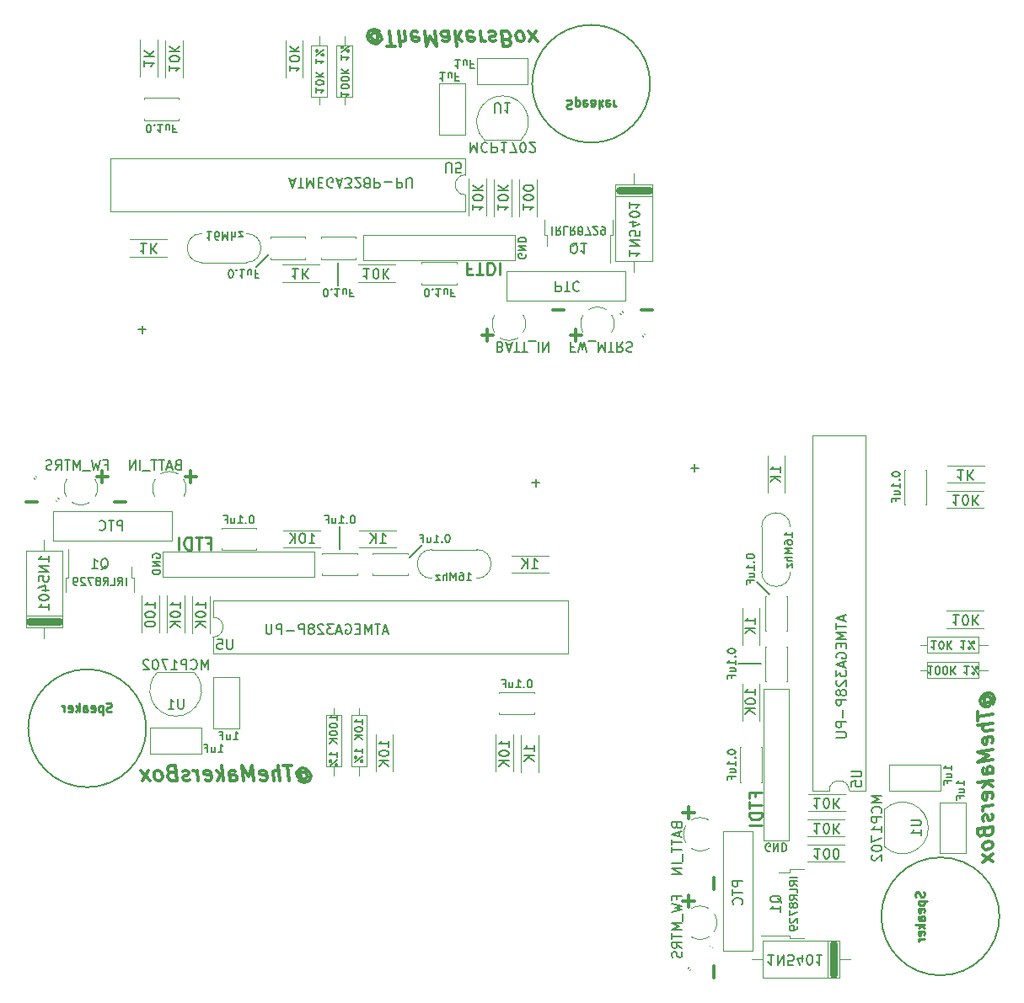
<source format=gbo>
%MOIN*%
%OFA0B0*%
%FSLAX46Y46*%
%IPPOS*%
%LPD*%
%ADD10C,0.0039370078740157488*%
%ADD11C,0.005905511811023622*%
%ADD12C,0.011811023622047244*%
%ADD13C,0.0047244094488188976*%
%ADD14C,0.031496062992125991*%
%ADD15C,0.00984251968503937*%
%ADD16C,0.00875*%
%ADD27C,0.0039370078740157488*%
%ADD28C,0.005905511811023622*%
%ADD29C,0.011811023622047244*%
%ADD30C,0.0047244094488188976*%
%ADD31C,0.031496062992125991*%
%ADD32C,0.00984251968503937*%
%ADD33C,0.00875*%
%ADD34C,0.0039370078740157488*%
%ADD35C,0.005905511811023622*%
%ADD36C,0.011811023622047244*%
%ADD37C,0.0047244094488188976*%
%ADD38C,0.031496062992125991*%
%ADD39C,0.00984251968503937*%
%ADD40C,0.00875*%
G01*
D10*
D11*
X0001256377Y0002768858D02*
X0001256377Y0002758858D01*
X0001256377Y0002848858D02*
X0001256377Y0002768858D01*
X0001997125Y0002884861D02*
X0001998625Y0002881861D01*
X0001998625Y0002877362D01*
X0001997125Y0002872862D01*
X0001994126Y0002869863D01*
X0001991126Y0002868363D01*
X0001985127Y0002866863D01*
X0001980627Y0002866863D01*
X0001974628Y0002868363D01*
X0001971629Y0002869863D01*
X0001968629Y0002872862D01*
X0001967129Y0002877362D01*
X0001967129Y0002880361D01*
X0001968629Y0002884861D01*
X0001970129Y0002886361D01*
X0001980627Y0002886361D01*
X0001980627Y0002880361D01*
X0001967129Y0002899859D02*
X0001998625Y0002899859D01*
X0001967129Y0002917857D01*
X0001998625Y0002917857D01*
X0001967129Y0002932855D02*
X0001998625Y0002932855D01*
X0001998625Y0002940354D01*
X0001997125Y0002944853D01*
X0001994126Y0002947853D01*
X0001991126Y0002949353D01*
X0001985127Y0002950853D01*
X0001980627Y0002950853D01*
X0001974628Y0002949353D01*
X0001971629Y0002947853D01*
X0001968629Y0002944853D01*
X0001967129Y0002940354D01*
X0001967129Y0002932855D01*
D12*
X0002453880Y0002663076D02*
X0002498875Y0002663076D01*
X0002173880Y0002563076D02*
X0002218875Y0002563076D01*
X0002196377Y0002585573D02*
X0002196377Y0002540579D01*
D11*
X0000981377Y0002883858D02*
X0000931377Y0002833858D01*
D12*
X0001412684Y0003737452D02*
X0001410223Y0003734639D01*
X0001404950Y0003731827D01*
X0001399326Y0003731827D01*
X0001393350Y0003734639D01*
X0001390186Y0003737452D01*
X0001386671Y0003743076D01*
X0001385968Y0003748700D01*
X0001388077Y0003754325D01*
X0001390538Y0003757137D01*
X0001395811Y0003759949D01*
X0001401435Y0003759949D01*
X0001407411Y0003757137D01*
X0001410575Y0003754325D01*
X0001413387Y0003731827D02*
X0001410575Y0003754325D01*
X0001413035Y0003757137D01*
X0001415847Y0003757137D01*
X0001421823Y0003754325D01*
X0001425338Y0003748700D01*
X0001427096Y0003734639D01*
X0001422526Y0003726203D01*
X0001414793Y0003720579D01*
X0001403896Y0003717767D01*
X0001392296Y0003720579D01*
X0001383156Y0003726203D01*
X0001376477Y0003734639D01*
X0001372259Y0003745888D01*
X0001373665Y0003757137D01*
X0001378235Y0003765573D01*
X0001385968Y0003771197D01*
X0001396865Y0003774010D01*
X0001408465Y0003771197D01*
X0001417605Y0003765573D01*
X0001447484Y0003706518D02*
X0001481230Y0003706518D01*
X0001456975Y0003765573D02*
X0001464357Y0003706518D01*
X0001493533Y0003765573D02*
X0001500915Y0003706518D01*
X0001518842Y0003765573D02*
X0001522709Y0003734639D01*
X0001520600Y0003729015D01*
X0001515327Y0003726203D01*
X0001506891Y0003726203D01*
X0001500915Y0003729015D01*
X0001497751Y0003731827D01*
X0001569812Y0003762761D02*
X0001563837Y0003765573D01*
X0001552588Y0003765573D01*
X0001547315Y0003762761D01*
X0001545206Y0003757137D01*
X0001548018Y0003734639D01*
X0001551533Y0003729015D01*
X0001557509Y0003726203D01*
X0001568758Y0003726203D01*
X0001574031Y0003729015D01*
X0001576140Y0003734639D01*
X0001575437Y0003740264D01*
X0001546612Y0003745888D01*
X0001597582Y0003765573D02*
X0001604964Y0003706518D01*
X0001619377Y0003748700D01*
X0001644334Y0003706518D01*
X0001636952Y0003765573D01*
X0001690383Y0003765573D02*
X0001694250Y0003734640D01*
X0001692141Y0003729015D01*
X0001686868Y0003726203D01*
X0001675620Y0003726203D01*
X0001669644Y0003729015D01*
X0001690735Y0003762761D02*
X0001684759Y0003765573D01*
X0001670698Y0003765573D01*
X0001665425Y0003762761D01*
X0001663316Y0003757137D01*
X0001664019Y0003751512D01*
X0001667535Y0003745888D01*
X0001673510Y0003743076D01*
X0001687571Y0003743076D01*
X0001693547Y0003740264D01*
X0001718505Y0003765573D02*
X0001725887Y0003706518D01*
X0001726941Y0003743076D02*
X0001741002Y0003765573D01*
X0001745923Y0003726203D02*
X0001720614Y0003748700D01*
X0001789160Y0003762761D02*
X0001783184Y0003765573D01*
X0001771936Y0003765573D01*
X0001766663Y0003762761D01*
X0001764554Y0003757137D01*
X0001767366Y0003734640D01*
X0001770881Y0003729015D01*
X0001776857Y0003726203D01*
X0001788105Y0003726203D01*
X0001793378Y0003729015D01*
X0001795487Y0003734640D01*
X0001794784Y0003740264D01*
X0001765960Y0003745888D01*
X0001816930Y0003765573D02*
X0001821851Y0003726203D01*
X0001820445Y0003737452D02*
X0001823960Y0003731827D01*
X0001827124Y0003729015D01*
X0001833100Y0003726203D01*
X0001838724Y0003726203D01*
X0001851027Y0003762761D02*
X0001856300Y0003765573D01*
X0001867549Y0003765573D01*
X0001873524Y0003762761D01*
X0001877040Y0003757137D01*
X0001877391Y0003754325D01*
X0001875282Y0003748700D01*
X0001870009Y0003745888D01*
X0001861573Y0003745888D01*
X0001856300Y0003743076D01*
X0001854191Y0003737452D01*
X0001854542Y0003734640D01*
X0001858058Y0003729015D01*
X0001864033Y0003726203D01*
X0001872470Y0003726203D01*
X0001877743Y0003729015D01*
X0001924846Y0003734640D02*
X0001932931Y0003737452D01*
X0001935392Y0003740264D01*
X0001937501Y0003745888D01*
X0001936446Y0003754325D01*
X0001932931Y0003759949D01*
X0001929767Y0003762761D01*
X0001923792Y0003765573D01*
X0001901294Y0003765573D01*
X0001908676Y0003706518D01*
X0001928361Y0003706518D01*
X0001933634Y0003709330D01*
X0001936095Y0003712142D01*
X0001938204Y0003717767D01*
X0001937501Y0003723391D01*
X0001933986Y0003729015D01*
X0001930822Y0003731827D01*
X0001924846Y0003734640D01*
X0001905161Y0003734640D01*
X0001968786Y0003765573D02*
X0001963513Y0003762761D01*
X0001961053Y0003759949D01*
X0001958943Y0003754325D01*
X0001961053Y0003737452D01*
X0001964568Y0003731827D01*
X0001967731Y0003729015D01*
X0001973707Y0003726203D01*
X0001982144Y0003726203D01*
X0001987416Y0003729015D01*
X0001989877Y0003731827D01*
X0001991986Y0003737452D01*
X0001989877Y0003754325D01*
X0001986362Y0003759949D01*
X0001983198Y0003762761D01*
X0001977222Y0003765573D01*
X0001968786Y0003765573D01*
X0002008156Y0003765573D02*
X0002044011Y0003726203D01*
X0002013077Y0003726203D02*
X0002039090Y0003765573D01*
X0002103880Y0002663076D02*
X0002148875Y0002663076D01*
X0001823880Y0002563076D02*
X0001868875Y0002563076D01*
X0001846377Y0002585573D02*
X0001846377Y0002540579D01*
D13*
X0001920157Y0002817913D02*
X0002392598Y0002817913D01*
X0002392598Y0002699803D02*
X0001920157Y0002699803D01*
X0001920157Y0002817913D02*
X0001920157Y0002699803D01*
X0002392598Y0002699803D02*
X0002392598Y0002817913D01*
X0001356377Y0002958858D02*
X0001356377Y0002858858D01*
X0001356377Y0002858858D02*
X0001956377Y0002858858D01*
X0001956377Y0002858858D02*
X0001956377Y0002958858D01*
X0001956377Y0002958858D02*
X0001356377Y0002958858D01*
X0001758740Y0003198228D02*
G75*
G03X0001758740Y0003119488J-0000039370D01*
G01*
X0001758740Y0003119488D02*
X0001758740Y0003054527D01*
X0001758740Y0003054527D02*
X0000354015Y0003054527D01*
X0000354015Y0003054527D02*
X0000354015Y0003263188D01*
X0000354015Y0003263188D02*
X0001758740Y0003263188D01*
X0001758740Y0003263188D02*
X0001758740Y0003198228D01*
X0001987500Y0002573811D02*
G75*
G03X0001987480Y0002643937I-0000056122J0000035046D01*
G01*
X0001896342Y0002552741D02*
G75*
G03X0001965472Y0002552165I0000035035J0000056116D01*
G01*
X0001875261Y0002643893D02*
G75*
G03X0001874685Y0002574763I0000056116J-0000035035D01*
G01*
X0002316427Y0002664949D02*
G75*
G03X0002281377Y0002675000I-0000035049J-0000056091D01*
G01*
X0002337500Y0002573811D02*
G75*
G03X0002337480Y0002643937I-0000056122J0000035046D01*
G01*
X0002225261Y0002643893D02*
G75*
G03X0002224685Y0002574763I0000056116J-0000035035D01*
G01*
X0002282506Y0002675003D02*
G75*
G03X0002247283Y0002665551I-0000001128J-0000066145D01*
G01*
X0002469370Y0002566771D02*
X0002464291Y0002571811D01*
X0002380787Y0002655354D02*
X0002377086Y0002659015D01*
X0002461299Y0002558661D02*
X0002457598Y0002562362D01*
X0002374094Y0002645905D02*
X0002369015Y0002650944D01*
X0000716220Y0002851771D02*
X0000893385Y0002851771D01*
X0000716220Y0002965944D02*
G75*
G03X0000716220Y0002851771J-0000057086D01*
G01*
X0000893385Y0002965944D02*
G75*
G02X0000893385Y0002851771J-0000057086D01*
G01*
D14*
X0002367322Y0003136811D02*
X0002485433Y0003136811D01*
D13*
X0002353149Y0003160826D02*
X0002499606Y0003160826D01*
X0002499606Y0003160826D02*
X0002499606Y0002856889D01*
X0002499606Y0002856889D02*
X0002353149Y0002856889D01*
X0002353149Y0002856889D02*
X0002353149Y0003160826D01*
X0002426377Y0003204527D02*
X0002426377Y0003160826D01*
X0002426377Y0002813188D02*
X0002426377Y0002856889D01*
X0002353149Y0003113582D02*
X0002499606Y0003113582D01*
D11*
X0002022925Y0003558858D02*
G75*
G03X0002022925Y0003558858I0000233452D01*
G01*
D13*
X0001334724Y0002774999D02*
X0001481181Y0002774999D01*
X0001334724Y0002842716D02*
X0001481181Y0002842716D01*
X0001034724Y0002774999D02*
X0001181181Y0002774999D01*
X0001034724Y0002842716D02*
X0001181181Y0002842716D01*
X0001757952Y0003357283D02*
X0001757952Y0003558858D01*
X0001654803Y0003357283D02*
X0001654803Y0003558858D01*
X0001757952Y0003357283D02*
X0001654803Y0003357283D01*
X0001757952Y0003558858D02*
X0001654803Y0003558858D01*
X0001804803Y0003557283D02*
X0002006377Y0003557283D01*
X0001804803Y0003660433D02*
X0002006377Y0003660433D01*
X0001804803Y0003557283D02*
X0001804803Y0003660433D01*
X0002006377Y0003557283D02*
X0002006377Y0003660433D01*
X0001326456Y0002952559D02*
X0001187873Y0002952559D01*
X0001326456Y0002865157D02*
X0001187873Y0002865157D01*
X0001326456Y0002952559D02*
X0001326456Y0002948070D01*
X0001326456Y0002869645D02*
X0001326456Y0002865157D01*
X0001187873Y0002952559D02*
X0001187873Y0002948070D01*
X0001187873Y0002869645D02*
X0001187873Y0002865157D01*
X0001977244Y0003336023D02*
X0001835511Y0003336023D01*
X0001978758Y0003336477D02*
G75*
G03X0001906377Y0003511220I-0000072381J0000072380D01*
G01*
X0001833996Y0003336477D02*
G75*
G02X0001906377Y0003511220I0000072380J0000072381D01*
G01*
X0001126456Y0002952559D02*
X0000987873Y0002952559D01*
X0001126456Y0002865157D02*
X0000987873Y0002865157D01*
X0001126456Y0002952559D02*
X0001126456Y0002948070D01*
X0001126456Y0002869645D02*
X0001126456Y0002865157D01*
X0000987873Y0002952559D02*
X0000987873Y0002948070D01*
X0000987873Y0002869645D02*
X0000987873Y0002865157D01*
X0001586299Y0002765157D02*
X0001724881Y0002765157D01*
X0001586299Y0002852559D02*
X0001724881Y0002852559D01*
X0001586299Y0002765157D02*
X0001586299Y0002769645D01*
X0001586299Y0002848070D02*
X0001586299Y0002852559D01*
X0001724881Y0002765157D02*
X0001724881Y0002769645D01*
X0001724881Y0002848070D02*
X0001724881Y0002852559D01*
X0001840236Y0003037204D02*
X0001840236Y0003183661D01*
X0001772519Y0003037204D02*
X0001772519Y0003183661D01*
X0000626456Y0003502559D02*
X0000487873Y0003502559D01*
X0000626456Y0003415157D02*
X0000487873Y0003415157D01*
X0000626456Y0003502559D02*
X0000626456Y0003498070D01*
X0000626456Y0003419645D02*
X0000626456Y0003415157D01*
X0000487873Y0003502559D02*
X0000487873Y0003498070D01*
X0000487873Y0003419645D02*
X0000487873Y0003415157D01*
X0000540236Y0003587204D02*
X0000540236Y0003733661D01*
X0000472519Y0003587204D02*
X0000472519Y0003733661D01*
X0000572519Y0003730511D02*
X0000572519Y0003584055D01*
X0000640236Y0003730511D02*
X0000640236Y0003584055D01*
X0001872519Y0003180511D02*
X0001872519Y0003034055D01*
X0001940236Y0003180511D02*
X0001940236Y0003034055D01*
X0001972519Y0003180511D02*
X0001972519Y0003034055D01*
X0002040236Y0003180511D02*
X0002040236Y0003034055D01*
X0000578031Y0002942716D02*
X0000431574Y0002942716D01*
X0000578031Y0002874999D02*
X0000431574Y0002874999D01*
D10*
X0001281377Y0003710826D02*
X0001281377Y0003746259D01*
X0001281377Y0003506102D02*
X0001281377Y0003478543D01*
X0001249881Y0003506102D02*
X0001312873Y0003506102D01*
X0001312873Y0003506102D02*
X0001312873Y0003710826D01*
X0001312873Y0003710826D02*
X0001249881Y0003710826D01*
X0001249881Y0003710826D02*
X0001249881Y0003506102D01*
X0001181377Y0003710826D02*
X0001181377Y0003746259D01*
X0001181377Y0003506102D02*
X0001181377Y0003478543D01*
X0001149881Y0003506102D02*
X0001212873Y0003506102D01*
X0001212873Y0003506102D02*
X0001212873Y0003710826D01*
X0001212873Y0003710826D02*
X0001149881Y0003710826D01*
X0001149881Y0003710826D02*
X0001149881Y0003506102D01*
D13*
X0001047519Y0003730511D02*
X0001047519Y0003584055D01*
X0001115236Y0003730511D02*
X0001115236Y0003584055D01*
X0002342204Y0003020669D02*
X0002342204Y0002961614D01*
X0002342204Y0002961614D02*
X0002331574Y0002961614D01*
X0002331574Y0002961614D02*
X0002331574Y0002850196D01*
X0002070551Y0003020669D02*
X0002070551Y0002961614D01*
X0002070551Y0002961614D02*
X0002081181Y0002961614D01*
X0002081181Y0002961614D02*
X0002081181Y0002918307D01*
D11*
X0000466379Y0002586670D02*
X0000496376Y0002586670D01*
X0000481377Y0002601668D02*
X0000481377Y0002571672D01*
X0002116383Y0002776668D02*
X0002116383Y0002737298D01*
X0002131381Y0002737298D01*
X0002135131Y0002739173D01*
X0002137005Y0002741047D01*
X0002138880Y0002744797D01*
X0002138880Y0002750421D01*
X0002137005Y0002754171D01*
X0002135131Y0002756046D01*
X0002131381Y0002757920D01*
X0002116383Y0002757920D01*
X0002150129Y0002737298D02*
X0002172626Y0002737298D01*
X0002161377Y0002776668D02*
X0002161377Y0002737298D01*
X0002208247Y0002772919D02*
X0002206372Y0002774793D01*
X0002200748Y0002776668D01*
X0002196998Y0002776668D01*
X0002191374Y0002774793D01*
X0002187624Y0002771044D01*
X0002185749Y0002767294D01*
X0002183875Y0002759795D01*
X0002183875Y0002754171D01*
X0002185749Y0002746672D01*
X0002187624Y0002742922D01*
X0002191374Y0002739173D01*
X0002196998Y0002737298D01*
X0002200748Y0002737298D01*
X0002206372Y0002739173D01*
X0002208247Y0002741047D01*
D15*
X0001782746Y0002825815D02*
X0001766342Y0002825815D01*
X0001766342Y0002851593D02*
X0001766342Y0002802380D01*
X0001789776Y0002802380D01*
X0001801494Y0002802380D02*
X0001829615Y0002802380D01*
X0001815554Y0002851593D02*
X0001815554Y0002802380D01*
X0001846019Y0002851593D02*
X0001846019Y0002802380D01*
X0001857737Y0002802380D01*
X0001864767Y0002804724D01*
X0001869454Y0002809411D01*
X0001871797Y0002814098D01*
X0001874141Y0002823472D01*
X0001874141Y0002830502D01*
X0001871797Y0002839876D01*
X0001869454Y0002844563D01*
X0001864767Y0002849250D01*
X0001857737Y0002851593D01*
X0001846019Y0002851593D01*
X0001895232Y0002851593D02*
X0001895232Y0002802380D01*
D11*
X0001681381Y0003207298D02*
X0001681381Y0003239169D01*
X0001683256Y0003242918D01*
X0001685131Y0003244793D01*
X0001688880Y0003246668D01*
X0001696379Y0003246668D01*
X0001700129Y0003244793D01*
X0001702004Y0003242919D01*
X0001703878Y0003239169D01*
X0001703878Y0003207298D01*
X0001741374Y0003207298D02*
X0001722626Y0003207298D01*
X0001720751Y0003226046D01*
X0001722626Y0003224171D01*
X0001726376Y0003222296D01*
X0001735749Y0003222296D01*
X0001739499Y0003224171D01*
X0001741374Y0003226046D01*
X0001743248Y0003229795D01*
X0001743248Y0003239169D01*
X0001741374Y0003242919D01*
X0001739499Y0003244793D01*
X0001735749Y0003246668D01*
X0001726376Y0003246668D01*
X0001722626Y0003244793D01*
X0001720751Y0003242919D01*
X0001067033Y0003175419D02*
X0001085780Y0003175419D01*
X0001063283Y0003186668D02*
X0001076406Y0003147298D01*
X0001089530Y0003186668D01*
X0001097029Y0003147298D02*
X0001119526Y0003147298D01*
X0001108277Y0003186668D02*
X0001108277Y0003147298D01*
X0001132649Y0003186668D02*
X0001132649Y0003147298D01*
X0001145773Y0003175419D01*
X0001158896Y0003147298D01*
X0001158896Y0003186668D01*
X0001177644Y0003166046D02*
X0001190767Y0003166046D01*
X0001196392Y0003186668D02*
X0001177644Y0003186668D01*
X0001177644Y0003147298D01*
X0001196392Y0003147298D01*
X0001233887Y0003149173D02*
X0001230137Y0003147298D01*
X0001224513Y0003147298D01*
X0001218889Y0003149173D01*
X0001215139Y0003152922D01*
X0001213264Y0003156672D01*
X0001211390Y0003164171D01*
X0001211390Y0003169795D01*
X0001213264Y0003177294D01*
X0001215139Y0003181044D01*
X0001218889Y0003184793D01*
X0001224513Y0003186668D01*
X0001228263Y0003186668D01*
X0001233887Y0003184793D01*
X0001235762Y0003182918D01*
X0001235762Y0003169795D01*
X0001228263Y0003169795D01*
X0001250760Y0003175419D02*
X0001269507Y0003175419D01*
X0001247010Y0003186668D02*
X0001260134Y0003147298D01*
X0001273257Y0003186668D01*
X0001282631Y0003147298D02*
X0001307003Y0003147298D01*
X0001293879Y0003162296D01*
X0001299504Y0003162296D01*
X0001303253Y0003164171D01*
X0001305128Y0003166046D01*
X0001307003Y0003169795D01*
X0001307003Y0003179169D01*
X0001305128Y0003182918D01*
X0001303253Y0003184793D01*
X0001299504Y0003186668D01*
X0001288255Y0003186668D01*
X0001284505Y0003184793D01*
X0001282631Y0003182918D01*
X0001322001Y0003151047D02*
X0001323876Y0003149173D01*
X0001327625Y0003147298D01*
X0001336999Y0003147298D01*
X0001340748Y0003149173D01*
X0001342623Y0003151047D01*
X0001344498Y0003154797D01*
X0001344498Y0003158547D01*
X0001342623Y0003164171D01*
X0001320126Y0003186668D01*
X0001344498Y0003186668D01*
X0001366995Y0003164171D02*
X0001363246Y0003162296D01*
X0001361371Y0003160421D01*
X0001359496Y0003156672D01*
X0001359496Y0003154797D01*
X0001361371Y0003151047D01*
X0001363246Y0003149173D01*
X0001366995Y0003147298D01*
X0001374494Y0003147298D01*
X0001378244Y0003149173D01*
X0001380119Y0003151047D01*
X0001381993Y0003154797D01*
X0001381993Y0003156672D01*
X0001380119Y0003160421D01*
X0001378244Y0003162296D01*
X0001374494Y0003164171D01*
X0001366995Y0003164171D01*
X0001363246Y0003166046D01*
X0001361371Y0003167920D01*
X0001359496Y0003171670D01*
X0001359496Y0003179169D01*
X0001361371Y0003182918D01*
X0001363246Y0003184793D01*
X0001366995Y0003186668D01*
X0001374494Y0003186668D01*
X0001378244Y0003184793D01*
X0001380119Y0003182918D01*
X0001381993Y0003179169D01*
X0001381993Y0003171670D01*
X0001380119Y0003167920D01*
X0001378244Y0003166046D01*
X0001374494Y0003164171D01*
X0001398866Y0003186668D02*
X0001398866Y0003147298D01*
X0001413864Y0003147298D01*
X0001417614Y0003149173D01*
X0001419489Y0003151047D01*
X0001421363Y0003154797D01*
X0001421363Y0003160421D01*
X0001419489Y0003164171D01*
X0001417614Y0003166046D01*
X0001413864Y0003167920D01*
X0001398866Y0003167920D01*
X0001438236Y0003171670D02*
X0001468233Y0003171670D01*
X0001486980Y0003186668D02*
X0001486980Y0003147298D01*
X0001501978Y0003147298D01*
X0001505728Y0003149173D01*
X0001507603Y0003151047D01*
X0001509477Y0003154797D01*
X0001509477Y0003160421D01*
X0001507603Y0003164171D01*
X0001505728Y0003166046D01*
X0001501978Y0003167920D01*
X0001486980Y0003167920D01*
X0001526350Y0003147298D02*
X0001526350Y0003179169D01*
X0001528225Y0003182918D01*
X0001530100Y0003184793D01*
X0001533849Y0003186668D01*
X0001541348Y0003186668D01*
X0001545098Y0003184793D01*
X0001546973Y0003182918D01*
X0001548847Y0003179169D01*
X0001548847Y0003147298D01*
X0001897326Y0002516046D02*
X0001902950Y0002517920D01*
X0001904825Y0002519795D01*
X0001906700Y0002523545D01*
X0001906700Y0002529169D01*
X0001904825Y0002532919D01*
X0001902950Y0002534793D01*
X0001899201Y0002536668D01*
X0001884203Y0002536668D01*
X0001884203Y0002497298D01*
X0001897326Y0002497298D01*
X0001901076Y0002499173D01*
X0001902950Y0002501047D01*
X0001904825Y0002504797D01*
X0001904825Y0002508547D01*
X0001902950Y0002512296D01*
X0001901076Y0002514171D01*
X0001897326Y0002516046D01*
X0001884203Y0002516046D01*
X0001921698Y0002525419D02*
X0001940446Y0002525419D01*
X0001917948Y0002536668D02*
X0001931072Y0002497298D01*
X0001944195Y0002536668D01*
X0001951694Y0002497298D02*
X0001974191Y0002497298D01*
X0001962943Y0002536668D02*
X0001962943Y0002497298D01*
X0001981691Y0002497298D02*
X0002004188Y0002497298D01*
X0001992939Y0002536668D02*
X0001992939Y0002497298D01*
X0002007937Y0002540418D02*
X0002037934Y0002540418D01*
X0002047307Y0002536668D02*
X0002047307Y0002497298D01*
X0002066055Y0002536668D02*
X0002066055Y0002497298D01*
X0002088552Y0002536668D01*
X0002088552Y0002497298D01*
X0002188578Y0002516046D02*
X0002175455Y0002516046D01*
X0002175455Y0002536668D02*
X0002175455Y0002497298D01*
X0002194203Y0002497298D01*
X0002205451Y0002497298D02*
X0002214825Y0002536668D01*
X0002222324Y0002508547D01*
X0002229823Y0002536668D01*
X0002239197Y0002497298D01*
X0002244821Y0002540418D02*
X0002274818Y0002540418D01*
X0002284191Y0002536668D02*
X0002284191Y0002497298D01*
X0002297315Y0002525419D01*
X0002310438Y0002497298D01*
X0002310438Y0002536668D01*
X0002323562Y0002497298D02*
X0002346059Y0002497298D01*
X0002334810Y0002536668D02*
X0002334810Y0002497298D01*
X0002381679Y0002536668D02*
X0002368556Y0002517920D01*
X0002359182Y0002536668D02*
X0002359182Y0002497298D01*
X0002374180Y0002497298D01*
X0002377930Y0002499173D01*
X0002379805Y0002501047D01*
X0002381679Y0002504797D01*
X0002381679Y0002510421D01*
X0002379805Y0002514171D01*
X0002377930Y0002516046D01*
X0002374180Y0002517920D01*
X0002359182Y0002517920D01*
X0002396677Y0002534793D02*
X0002402302Y0002536668D01*
X0002411676Y0002536668D01*
X0002415425Y0002534793D01*
X0002417300Y0002532919D01*
X0002419175Y0002529169D01*
X0002419175Y0002525419D01*
X0002417300Y0002521670D01*
X0002415425Y0002519795D01*
X0002411676Y0002517920D01*
X0002404176Y0002516046D01*
X0002400427Y0002514171D01*
X0002398552Y0002512296D01*
X0002396677Y0002508547D01*
X0002396677Y0002504797D01*
X0002398552Y0002501047D01*
X0002400427Y0002499173D01*
X0002404176Y0002497298D01*
X0002413550Y0002497298D01*
X0002419175Y0002499173D01*
X0000755384Y0002973106D02*
X0000737386Y0002973106D01*
X0000746385Y0002973106D02*
X0000746385Y0002941610D01*
X0000743385Y0002946109D01*
X0000740386Y0002949109D01*
X0000737386Y0002950609D01*
X0000782380Y0002941610D02*
X0000776381Y0002941610D01*
X0000773382Y0002943110D01*
X0000771882Y0002944610D01*
X0000768882Y0002949109D01*
X0000767382Y0002955108D01*
X0000767382Y0002967107D01*
X0000768882Y0002970106D01*
X0000770382Y0002971606D01*
X0000773382Y0002973106D01*
X0000779381Y0002973106D01*
X0000782380Y0002971606D01*
X0000783880Y0002970106D01*
X0000785380Y0002967107D01*
X0000785380Y0002959608D01*
X0000783880Y0002956608D01*
X0000782380Y0002955108D01*
X0000779381Y0002953608D01*
X0000773382Y0002953608D01*
X0000770382Y0002955108D01*
X0000768882Y0002956608D01*
X0000767382Y0002959608D01*
X0000798878Y0002973106D02*
X0000798878Y0002941610D01*
X0000809377Y0002964107D01*
X0000819876Y0002941610D01*
X0000819876Y0002973106D01*
X0000834874Y0002973106D02*
X0000834874Y0002941610D01*
X0000848372Y0002973106D02*
X0000848372Y0002956608D01*
X0000846872Y0002953608D01*
X0000843873Y0002952109D01*
X0000839373Y0002952109D01*
X0000836374Y0002953608D01*
X0000834874Y0002955108D01*
X0000860371Y0002952109D02*
X0000876869Y0002952109D01*
X0000860371Y0002973106D01*
X0000876869Y0002973106D01*
X0002408567Y0002899493D02*
X0002408567Y0002876996D01*
X0002408567Y0002888245D02*
X0002447937Y0002888245D01*
X0002442313Y0002884495D01*
X0002438563Y0002880746D01*
X0002436689Y0002876996D01*
X0002408567Y0002916366D02*
X0002447937Y0002916366D01*
X0002408567Y0002938863D01*
X0002447937Y0002938863D01*
X0002447937Y0002976359D02*
X0002447937Y0002957611D01*
X0002429190Y0002955736D01*
X0002431064Y0002957611D01*
X0002432939Y0002961361D01*
X0002432939Y0002970734D01*
X0002431064Y0002974484D01*
X0002429190Y0002976359D01*
X0002425440Y0002978233D01*
X0002416066Y0002978233D01*
X0002412317Y0002976359D01*
X0002410442Y0002974484D01*
X0002408567Y0002970734D01*
X0002408567Y0002961361D01*
X0002410442Y0002957611D01*
X0002412317Y0002955736D01*
X0002434814Y0003011979D02*
X0002408567Y0003011979D01*
X0002449812Y0003002605D02*
X0002421690Y0002993232D01*
X0002421690Y0003017604D01*
X0002447937Y0003040101D02*
X0002447937Y0003043850D01*
X0002446062Y0003047600D01*
X0002444188Y0003049475D01*
X0002440438Y0003051349D01*
X0002432939Y0003053224D01*
X0002423565Y0003053224D01*
X0002416066Y0003051349D01*
X0002412317Y0003049475D01*
X0002410442Y0003047600D01*
X0002408567Y0003043850D01*
X0002408567Y0003040101D01*
X0002410442Y0003036351D01*
X0002412317Y0003034476D01*
X0002416066Y0003032602D01*
X0002423565Y0003030727D01*
X0002432939Y0003030727D01*
X0002440438Y0003032602D01*
X0002444188Y0003034476D01*
X0002446062Y0003036351D01*
X0002447937Y0003040101D01*
X0002408567Y0003090719D02*
X0002408567Y0003068222D01*
X0002408567Y0003079471D02*
X0002447937Y0003079471D01*
X0002442313Y0003075721D01*
X0002438563Y0003071972D01*
X0002436689Y0003068222D01*
D16*
X0002159711Y0003493024D02*
X0002164711Y0003494691D01*
X0002173044Y0003494691D01*
X0002176377Y0003493024D01*
X0002178044Y0003491358D01*
X0002179711Y0003488024D01*
X0002179711Y0003484691D01*
X0002178044Y0003481358D01*
X0002176377Y0003479691D01*
X0002173044Y0003478024D01*
X0002166377Y0003476358D01*
X0002163044Y0003474691D01*
X0002161377Y0003473024D01*
X0002159711Y0003469691D01*
X0002159711Y0003466358D01*
X0002161377Y0003463024D01*
X0002163044Y0003461358D01*
X0002166377Y0003459691D01*
X0002174711Y0003459691D01*
X0002179711Y0003461358D01*
X0002194711Y0003471358D02*
X0002194711Y0003506358D01*
X0002194711Y0003473024D02*
X0002198044Y0003471358D01*
X0002204711Y0003471358D01*
X0002208044Y0003473024D01*
X0002209711Y0003474691D01*
X0002211377Y0003478024D01*
X0002211377Y0003488024D01*
X0002209711Y0003491358D01*
X0002208044Y0003493024D01*
X0002204711Y0003494691D01*
X0002198044Y0003494691D01*
X0002194711Y0003493024D01*
X0002239711Y0003493024D02*
X0002236377Y0003494691D01*
X0002229711Y0003494691D01*
X0002226377Y0003493024D01*
X0002224711Y0003489691D01*
X0002224711Y0003476358D01*
X0002226377Y0003473024D01*
X0002229711Y0003471358D01*
X0002236377Y0003471358D01*
X0002239711Y0003473024D01*
X0002241377Y0003476358D01*
X0002241377Y0003479691D01*
X0002224711Y0003483024D01*
X0002271377Y0003494691D02*
X0002271377Y0003476358D01*
X0002269711Y0003473024D01*
X0002266377Y0003471358D01*
X0002259711Y0003471358D01*
X0002256377Y0003473024D01*
X0002271377Y0003493024D02*
X0002268044Y0003494691D01*
X0002259711Y0003494691D01*
X0002256377Y0003493024D01*
X0002254711Y0003489691D01*
X0002254711Y0003486358D01*
X0002256377Y0003483024D01*
X0002259711Y0003481358D01*
X0002268044Y0003481358D01*
X0002271377Y0003479691D01*
X0002288044Y0003494691D02*
X0002288044Y0003459691D01*
X0002291377Y0003481358D02*
X0002301377Y0003494691D01*
X0002301377Y0003471358D02*
X0002288044Y0003484691D01*
X0002329711Y0003493024D02*
X0002326377Y0003494691D01*
X0002319711Y0003494691D01*
X0002316377Y0003493024D01*
X0002314711Y0003489691D01*
X0002314711Y0003476358D01*
X0002316377Y0003473024D01*
X0002319711Y0003471358D01*
X0002326377Y0003471358D01*
X0002329711Y0003473024D01*
X0002331377Y0003476358D01*
X0002331377Y0003479691D01*
X0002314711Y0003483024D01*
X0002346377Y0003494691D02*
X0002346377Y0003471358D01*
X0002346377Y0003478024D02*
X0002348044Y0003474691D01*
X0002349711Y0003473024D01*
X0002353044Y0003471358D01*
X0002356377Y0003471358D01*
D11*
X0001379193Y0002826668D02*
X0001356696Y0002826668D01*
X0001367945Y0002826668D02*
X0001367945Y0002787298D01*
X0001364195Y0002792922D01*
X0001360446Y0002796672D01*
X0001356696Y0002798547D01*
X0001403565Y0002787298D02*
X0001407315Y0002787298D01*
X0001411064Y0002789173D01*
X0001412939Y0002791047D01*
X0001414814Y0002794797D01*
X0001416689Y0002802296D01*
X0001416689Y0002811670D01*
X0001414814Y0002819169D01*
X0001412939Y0002822918D01*
X0001411064Y0002824793D01*
X0001407315Y0002826668D01*
X0001403565Y0002826668D01*
X0001399816Y0002824793D01*
X0001397941Y0002822918D01*
X0001396066Y0002819169D01*
X0001394191Y0002811670D01*
X0001394191Y0002802296D01*
X0001396066Y0002794797D01*
X0001397941Y0002791047D01*
X0001399816Y0002789173D01*
X0001403565Y0002787298D01*
X0001433562Y0002826668D02*
X0001433562Y0002787298D01*
X0001456059Y0002826668D02*
X0001439186Y0002804171D01*
X0001456059Y0002787298D02*
X0001433562Y0002809795D01*
X0001097941Y0002826668D02*
X0001075444Y0002826668D01*
X0001086692Y0002826668D02*
X0001086692Y0002787298D01*
X0001082943Y0002792922D01*
X0001079193Y0002796672D01*
X0001075444Y0002798547D01*
X0001114814Y0002826668D02*
X0001114814Y0002787298D01*
X0001137311Y0002826668D02*
X0001120438Y0002804171D01*
X0001137311Y0002787298D02*
X0001114814Y0002809795D01*
X0001677630Y0003603106D02*
X0001659632Y0003603106D01*
X0001668631Y0003603106D02*
X0001668631Y0003571610D01*
X0001665631Y0003576109D01*
X0001662632Y0003579109D01*
X0001659632Y0003580609D01*
X0001704626Y0003582109D02*
X0001704626Y0003603106D01*
X0001691128Y0003582109D02*
X0001691128Y0003598607D01*
X0001692628Y0003601606D01*
X0001695628Y0003603106D01*
X0001700127Y0003603106D01*
X0001703127Y0003601606D01*
X0001704626Y0003600106D01*
X0001730123Y0003586608D02*
X0001719625Y0003586608D01*
X0001719625Y0003603106D02*
X0001719625Y0003571610D01*
X0001734623Y0003571610D01*
X0001737630Y0003653106D02*
X0001719632Y0003653106D01*
X0001728631Y0003653106D02*
X0001728631Y0003621610D01*
X0001725631Y0003626109D01*
X0001722632Y0003629109D01*
X0001719632Y0003630609D01*
X0001764626Y0003632109D02*
X0001764626Y0003653106D01*
X0001751128Y0003632109D02*
X0001751128Y0003648607D01*
X0001752628Y0003651606D01*
X0001755628Y0003653106D01*
X0001760127Y0003653106D01*
X0001763127Y0003651606D01*
X0001764626Y0003650106D01*
X0001790123Y0003636608D02*
X0001779625Y0003636608D01*
X0001779625Y0003653106D02*
X0001779625Y0003621610D01*
X0001794623Y0003621610D01*
X0001204634Y0002716610D02*
X0001207634Y0002716610D01*
X0001210633Y0002718110D01*
X0001212133Y0002719610D01*
X0001213633Y0002722609D01*
X0001215133Y0002728608D01*
X0001215133Y0002736107D01*
X0001213633Y0002742107D01*
X0001212133Y0002745106D01*
X0001210633Y0002746606D01*
X0001207634Y0002748106D01*
X0001204634Y0002748106D01*
X0001201634Y0002746606D01*
X0001200134Y0002745106D01*
X0001198635Y0002742107D01*
X0001197135Y0002736107D01*
X0001197135Y0002728608D01*
X0001198635Y0002722609D01*
X0001200134Y0002719610D01*
X0001201634Y0002718110D01*
X0001204634Y0002716610D01*
X0001228631Y0002745106D02*
X0001230131Y0002746606D01*
X0001228631Y0002748106D01*
X0001227131Y0002746606D01*
X0001228631Y0002745106D01*
X0001228631Y0002748106D01*
X0001260127Y0002748106D02*
X0001242129Y0002748106D01*
X0001251128Y0002748106D02*
X0001251128Y0002716610D01*
X0001248128Y0002721109D01*
X0001245129Y0002724109D01*
X0001242129Y0002725609D01*
X0001287124Y0002727109D02*
X0001287124Y0002748106D01*
X0001273625Y0002727109D02*
X0001273625Y0002743607D01*
X0001275125Y0002746606D01*
X0001278125Y0002748106D01*
X0001282624Y0002748106D01*
X0001285624Y0002746606D01*
X0001287124Y0002745106D01*
X0001312620Y0002731608D02*
X0001302122Y0002731608D01*
X0001302122Y0002748106D02*
X0001302122Y0002716610D01*
X0001317120Y0002716610D01*
X0001874413Y0003442810D02*
X0001874413Y0003474681D01*
X0001876287Y0003478430D01*
X0001878162Y0003480305D01*
X0001881912Y0003482180D01*
X0001889411Y0003482180D01*
X0001893160Y0003480305D01*
X0001895035Y0003478430D01*
X0001896910Y0003474681D01*
X0001896910Y0003442810D01*
X0001936280Y0003482180D02*
X0001913783Y0003482180D01*
X0001925031Y0003482180D02*
X0001925031Y0003442810D01*
X0001921282Y0003448434D01*
X0001917532Y0003452184D01*
X0001913783Y0003454058D01*
X0001778893Y0003326668D02*
X0001778893Y0003287298D01*
X0001792017Y0003315419D01*
X0001805140Y0003287298D01*
X0001805140Y0003326668D01*
X0001846385Y0003322919D02*
X0001844510Y0003324793D01*
X0001838886Y0003326668D01*
X0001835136Y0003326668D01*
X0001829512Y0003324793D01*
X0001825762Y0003321044D01*
X0001823888Y0003317294D01*
X0001822013Y0003309795D01*
X0001822013Y0003304171D01*
X0001823888Y0003296672D01*
X0001825762Y0003292922D01*
X0001829512Y0003289173D01*
X0001835136Y0003287298D01*
X0001838886Y0003287298D01*
X0001844510Y0003289173D01*
X0001846385Y0003291047D01*
X0001863258Y0003326668D02*
X0001863258Y0003287298D01*
X0001878256Y0003287298D01*
X0001882005Y0003289173D01*
X0001883880Y0003291047D01*
X0001885755Y0003294797D01*
X0001885755Y0003300421D01*
X0001883880Y0003304171D01*
X0001882005Y0003306046D01*
X0001878256Y0003307920D01*
X0001863258Y0003307920D01*
X0001923250Y0003326668D02*
X0001900753Y0003326668D01*
X0001912002Y0003326668D02*
X0001912002Y0003287298D01*
X0001908252Y0003292922D01*
X0001904503Y0003296672D01*
X0001900753Y0003298547D01*
X0001936374Y0003287298D02*
X0001962620Y0003287298D01*
X0001945747Y0003326668D01*
X0001985118Y0003287298D02*
X0001988867Y0003287298D01*
X0001992617Y0003289173D01*
X0001994491Y0003291047D01*
X0001996366Y0003294797D01*
X0001998241Y0003302296D01*
X0001998241Y0003311670D01*
X0001996366Y0003319169D01*
X0001994491Y0003322919D01*
X0001992617Y0003324793D01*
X0001988867Y0003326668D01*
X0001985118Y0003326668D01*
X0001981368Y0003324793D01*
X0001979493Y0003322919D01*
X0001977619Y0003319169D01*
X0001975744Y0003311670D01*
X0001975744Y0003302296D01*
X0001977619Y0003294797D01*
X0001979493Y0003291047D01*
X0001981368Y0003289173D01*
X0001985118Y0003287298D01*
X0002013239Y0003291047D02*
X0002015114Y0003289173D01*
X0002018863Y0003287298D01*
X0002028237Y0003287298D01*
X0002031987Y0003289173D01*
X0002033862Y0003291047D01*
X0002035736Y0003294797D01*
X0002035736Y0003298547D01*
X0002033862Y0003304171D01*
X0002011364Y0003326668D01*
X0002035736Y0003326668D01*
X0000829634Y0002791610D02*
X0000832634Y0002791610D01*
X0000835633Y0002793110D01*
X0000837133Y0002794610D01*
X0000838633Y0002797609D01*
X0000840133Y0002803608D01*
X0000840133Y0002811107D01*
X0000838633Y0002817107D01*
X0000837133Y0002820106D01*
X0000835633Y0002821606D01*
X0000832634Y0002823106D01*
X0000829634Y0002823106D01*
X0000826634Y0002821606D01*
X0000825134Y0002820106D01*
X0000823635Y0002817107D01*
X0000822135Y0002811107D01*
X0000822135Y0002803608D01*
X0000823635Y0002797609D01*
X0000825134Y0002794610D01*
X0000826634Y0002793110D01*
X0000829634Y0002791610D01*
X0000853631Y0002820106D02*
X0000855131Y0002821606D01*
X0000853631Y0002823106D01*
X0000852131Y0002821606D01*
X0000853631Y0002820106D01*
X0000853631Y0002823106D01*
X0000885127Y0002823106D02*
X0000867129Y0002823106D01*
X0000876128Y0002823106D02*
X0000876128Y0002791610D01*
X0000873128Y0002796109D01*
X0000870129Y0002799109D01*
X0000867129Y0002800609D01*
X0000912124Y0002802109D02*
X0000912124Y0002823106D01*
X0000898625Y0002802109D02*
X0000898625Y0002818607D01*
X0000900125Y0002821606D01*
X0000903125Y0002823106D01*
X0000907624Y0002823106D01*
X0000910624Y0002821606D01*
X0000912124Y0002820106D01*
X0000937620Y0002806608D02*
X0000927122Y0002806608D01*
X0000927122Y0002823106D02*
X0000927122Y0002791610D01*
X0000942120Y0002791610D01*
X0001604634Y0002716610D02*
X0001607634Y0002716610D01*
X0001610633Y0002718110D01*
X0001612133Y0002719610D01*
X0001613633Y0002722609D01*
X0001615133Y0002728608D01*
X0001615133Y0002736107D01*
X0001613633Y0002742107D01*
X0001612133Y0002745106D01*
X0001610633Y0002746606D01*
X0001607634Y0002748106D01*
X0001604634Y0002748106D01*
X0001601634Y0002746606D01*
X0001600134Y0002745106D01*
X0001598635Y0002742107D01*
X0001597135Y0002736107D01*
X0001597135Y0002728608D01*
X0001598635Y0002722609D01*
X0001600134Y0002719610D01*
X0001601634Y0002718110D01*
X0001604634Y0002716610D01*
X0001628631Y0002745106D02*
X0001630131Y0002746606D01*
X0001628631Y0002748106D01*
X0001627131Y0002746606D01*
X0001628631Y0002745106D01*
X0001628631Y0002748106D01*
X0001660127Y0002748106D02*
X0001642129Y0002748106D01*
X0001651128Y0002748106D02*
X0001651128Y0002716610D01*
X0001648128Y0002721109D01*
X0001645129Y0002724109D01*
X0001642129Y0002725609D01*
X0001687124Y0002727109D02*
X0001687124Y0002748106D01*
X0001673625Y0002727109D02*
X0001673625Y0002743607D01*
X0001675125Y0002746606D01*
X0001678125Y0002748106D01*
X0001682624Y0002748106D01*
X0001685624Y0002746606D01*
X0001687124Y0002745106D01*
X0001712620Y0002731608D02*
X0001702122Y0002731608D01*
X0001702122Y0002748106D02*
X0001702122Y0002716610D01*
X0001717120Y0002716610D01*
X0001788567Y0003081674D02*
X0001788567Y0003059176D01*
X0001788567Y0003070425D02*
X0001827937Y0003070425D01*
X0001822313Y0003066676D01*
X0001818563Y0003062926D01*
X0001816689Y0003059176D01*
X0001827937Y0003106046D02*
X0001827937Y0003109795D01*
X0001826062Y0003113545D01*
X0001824188Y0003115419D01*
X0001820438Y0003117294D01*
X0001812939Y0003119169D01*
X0001803565Y0003119169D01*
X0001796066Y0003117294D01*
X0001792317Y0003115419D01*
X0001790442Y0003113545D01*
X0001788567Y0003109795D01*
X0001788567Y0003106046D01*
X0001790442Y0003102296D01*
X0001792317Y0003100421D01*
X0001796066Y0003098547D01*
X0001803565Y0003096672D01*
X0001812939Y0003096672D01*
X0001820438Y0003098547D01*
X0001824188Y0003100421D01*
X0001826062Y0003102296D01*
X0001827937Y0003106046D01*
X0001788567Y0003136042D02*
X0001827937Y0003136042D01*
X0001788567Y0003158539D02*
X0001811064Y0003141666D01*
X0001827937Y0003158539D02*
X0001805440Y0003136042D01*
X0000504634Y0003366610D02*
X0000507634Y0003366610D01*
X0000510633Y0003368110D01*
X0000512133Y0003369610D01*
X0000513633Y0003372609D01*
X0000515133Y0003378608D01*
X0000515133Y0003386107D01*
X0000513633Y0003392107D01*
X0000512133Y0003395106D01*
X0000510633Y0003396606D01*
X0000507634Y0003398106D01*
X0000504634Y0003398106D01*
X0000501634Y0003396606D01*
X0000500134Y0003395106D01*
X0000498635Y0003392107D01*
X0000497135Y0003386107D01*
X0000497135Y0003378608D01*
X0000498635Y0003372609D01*
X0000500134Y0003369610D01*
X0000501634Y0003368110D01*
X0000504634Y0003366610D01*
X0000528631Y0003395106D02*
X0000530131Y0003396606D01*
X0000528631Y0003398106D01*
X0000527131Y0003396606D01*
X0000528631Y0003395106D01*
X0000528631Y0003398106D01*
X0000560127Y0003398106D02*
X0000542129Y0003398106D01*
X0000551128Y0003398106D02*
X0000551128Y0003366610D01*
X0000548128Y0003371109D01*
X0000545129Y0003374109D01*
X0000542129Y0003375609D01*
X0000587124Y0003377109D02*
X0000587124Y0003398106D01*
X0000573625Y0003377109D02*
X0000573625Y0003393607D01*
X0000575125Y0003396606D01*
X0000578125Y0003398106D01*
X0000582624Y0003398106D01*
X0000585624Y0003396606D01*
X0000587124Y0003395106D01*
X0000612620Y0003381608D02*
X0000602122Y0003381608D01*
X0000602122Y0003398106D02*
X0000602122Y0003366610D01*
X0000617120Y0003366610D01*
X0000488567Y0003650421D02*
X0000488567Y0003627924D01*
X0000488567Y0003639173D02*
X0000527937Y0003639173D01*
X0000522313Y0003635423D01*
X0000518563Y0003631674D01*
X0000516689Y0003627924D01*
X0000488567Y0003667294D02*
X0000527937Y0003667294D01*
X0000488567Y0003689791D02*
X0000511064Y0003672918D01*
X0000527937Y0003689791D02*
X0000505440Y0003667294D01*
X0000588567Y0003631674D02*
X0000588567Y0003609176D01*
X0000588567Y0003620425D02*
X0000627937Y0003620425D01*
X0000622313Y0003616675D01*
X0000618563Y0003612926D01*
X0000616689Y0003609176D01*
X0000627937Y0003656046D02*
X0000627937Y0003659795D01*
X0000626062Y0003663545D01*
X0000624188Y0003665419D01*
X0000620438Y0003667294D01*
X0000612939Y0003669169D01*
X0000603565Y0003669169D01*
X0000596066Y0003667294D01*
X0000592317Y0003665419D01*
X0000590442Y0003663545D01*
X0000588567Y0003659795D01*
X0000588567Y0003656046D01*
X0000590442Y0003652296D01*
X0000592317Y0003650421D01*
X0000596066Y0003648547D01*
X0000603565Y0003646672D01*
X0000612939Y0003646672D01*
X0000620438Y0003648547D01*
X0000624188Y0003650421D01*
X0000626062Y0003652296D01*
X0000627937Y0003656046D01*
X0000588567Y0003686042D02*
X0000627937Y0003686042D01*
X0000588567Y0003708539D02*
X0000611064Y0003691666D01*
X0000627937Y0003708539D02*
X0000605440Y0003686042D01*
X0001888567Y0003081674D02*
X0001888567Y0003059176D01*
X0001888567Y0003070425D02*
X0001927937Y0003070425D01*
X0001922313Y0003066676D01*
X0001918563Y0003062926D01*
X0001916689Y0003059176D01*
X0001927937Y0003106046D02*
X0001927937Y0003109795D01*
X0001926062Y0003113545D01*
X0001924188Y0003115419D01*
X0001920438Y0003117294D01*
X0001912939Y0003119169D01*
X0001903565Y0003119169D01*
X0001896066Y0003117294D01*
X0001892317Y0003115419D01*
X0001890442Y0003113545D01*
X0001888567Y0003109795D01*
X0001888567Y0003106046D01*
X0001890442Y0003102296D01*
X0001892317Y0003100421D01*
X0001896066Y0003098547D01*
X0001903565Y0003096672D01*
X0001912939Y0003096672D01*
X0001920438Y0003098547D01*
X0001924188Y0003100421D01*
X0001926062Y0003102296D01*
X0001927937Y0003106046D01*
X0001888567Y0003136042D02*
X0001927937Y0003136042D01*
X0001888567Y0003158539D02*
X0001911064Y0003141666D01*
X0001927937Y0003158539D02*
X0001905440Y0003136042D01*
X0001988567Y0003082611D02*
X0001988567Y0003060114D01*
X0001988567Y0003071362D02*
X0002027937Y0003071362D01*
X0002022313Y0003067613D01*
X0002018563Y0003063863D01*
X0002016689Y0003060114D01*
X0002027937Y0003106983D02*
X0002027937Y0003110733D01*
X0002026062Y0003114482D01*
X0002024188Y0003116357D01*
X0002020438Y0003118232D01*
X0002012939Y0003120106D01*
X0002003565Y0003120106D01*
X0001996066Y0003118232D01*
X0001992317Y0003116357D01*
X0001990442Y0003114482D01*
X0001988567Y0003110733D01*
X0001988567Y0003106983D01*
X0001990442Y0003103233D01*
X0001992317Y0003101359D01*
X0001996066Y0003099484D01*
X0002003565Y0003097609D01*
X0002012939Y0003097609D01*
X0002020438Y0003099484D01*
X0002024188Y0003101359D01*
X0002026062Y0003103233D01*
X0002027937Y0003106983D01*
X0002027937Y0003144478D02*
X0002027937Y0003148228D01*
X0002026062Y0003151977D01*
X0002024188Y0003153852D01*
X0002020438Y0003155727D01*
X0002012939Y0003157602D01*
X0002003565Y0003157602D01*
X0001996066Y0003155727D01*
X0001992317Y0003153852D01*
X0001990442Y0003151977D01*
X0001988567Y0003148228D01*
X0001988567Y0003144478D01*
X0001990442Y0003140729D01*
X0001992317Y0003138854D01*
X0001996066Y0003136979D01*
X0002003565Y0003135105D01*
X0002012939Y0003135105D01*
X0002020438Y0003136979D01*
X0002024188Y0003138854D01*
X0002026062Y0003140729D01*
X0002027937Y0003144478D01*
X0000497941Y0002926668D02*
X0000475444Y0002926668D01*
X0000486692Y0002926668D02*
X0000486692Y0002887298D01*
X0000482943Y0002892922D01*
X0000479193Y0002896672D01*
X0000475444Y0002898547D01*
X0000514814Y0002926668D02*
X0000514814Y0002887298D01*
X0000537311Y0002926668D02*
X0000520438Y0002904171D01*
X0000537311Y0002887298D02*
X0000514814Y0002909795D01*
X0001267129Y0003527118D02*
X0001267129Y0003509120D01*
X0001267129Y0003518119D02*
X0001298625Y0003518119D01*
X0001294126Y0003515119D01*
X0001291126Y0003512120D01*
X0001289626Y0003509120D01*
X0001298625Y0003546615D02*
X0001298625Y0003549615D01*
X0001297125Y0003552615D01*
X0001295626Y0003554115D01*
X0001292626Y0003555614D01*
X0001286627Y0003557114D01*
X0001279128Y0003557114D01*
X0001273128Y0003555614D01*
X0001270129Y0003554115D01*
X0001268629Y0003552615D01*
X0001267129Y0003549615D01*
X0001267129Y0003546615D01*
X0001268629Y0003543616D01*
X0001270129Y0003542116D01*
X0001273128Y0003540616D01*
X0001279128Y0003539116D01*
X0001286627Y0003539116D01*
X0001292626Y0003540616D01*
X0001295626Y0003542116D01*
X0001297125Y0003543616D01*
X0001298625Y0003546615D01*
X0001298625Y0003576612D02*
X0001298625Y0003579611D01*
X0001297125Y0003582611D01*
X0001295626Y0003584111D01*
X0001292626Y0003585611D01*
X0001286627Y0003587110D01*
X0001279128Y0003587110D01*
X0001273128Y0003585611D01*
X0001270129Y0003584111D01*
X0001268629Y0003582611D01*
X0001267129Y0003579611D01*
X0001267129Y0003576612D01*
X0001268629Y0003573612D01*
X0001270129Y0003572112D01*
X0001273128Y0003570612D01*
X0001279128Y0003569113D01*
X0001286627Y0003569113D01*
X0001292626Y0003570612D01*
X0001295626Y0003572112D01*
X0001297125Y0003573612D01*
X0001298625Y0003576612D01*
X0001267129Y0003600609D02*
X0001298625Y0003600609D01*
X0001267129Y0003618607D02*
X0001285127Y0003605108D01*
X0001298625Y0003618607D02*
X0001280627Y0003600609D01*
X0001267129Y0003672600D02*
X0001267129Y0003654602D01*
X0001267129Y0003663601D02*
X0001298625Y0003663601D01*
X0001294126Y0003660601D01*
X0001291126Y0003657602D01*
X0001289626Y0003654602D01*
X0001267129Y0003684598D02*
X0001298625Y0003708595D01*
X0001298625Y0003689098D02*
X0001297125Y0003692097D01*
X0001294126Y0003693597D01*
X0001291126Y0003692097D01*
X0001289626Y0003689098D01*
X0001291126Y0003686098D01*
X0001294126Y0003684598D01*
X0001297125Y0003686098D01*
X0001298625Y0003689098D01*
X0001268629Y0003707095D02*
X0001271629Y0003708595D01*
X0001274628Y0003707095D01*
X0001276128Y0003704096D01*
X0001274628Y0003701096D01*
X0001271629Y0003699596D01*
X0001268629Y0003701096D01*
X0001267129Y0003704096D01*
X0001268629Y0003707095D01*
X0001167129Y0003542116D02*
X0001167129Y0003524118D01*
X0001167129Y0003533117D02*
X0001198625Y0003533117D01*
X0001194126Y0003530118D01*
X0001191126Y0003527118D01*
X0001189626Y0003524118D01*
X0001198625Y0003561614D02*
X0001198625Y0003564613D01*
X0001197125Y0003567613D01*
X0001195626Y0003569113D01*
X0001192626Y0003570613D01*
X0001186627Y0003572112D01*
X0001179128Y0003572112D01*
X0001173128Y0003570613D01*
X0001170129Y0003569113D01*
X0001168629Y0003567613D01*
X0001167129Y0003564613D01*
X0001167129Y0003561614D01*
X0001168629Y0003558614D01*
X0001170129Y0003557114D01*
X0001173128Y0003555614D01*
X0001179128Y0003554115D01*
X0001186627Y0003554115D01*
X0001192626Y0003555614D01*
X0001195626Y0003557114D01*
X0001197125Y0003558614D01*
X0001198625Y0003561614D01*
X0001167129Y0003585611D02*
X0001198625Y0003585611D01*
X0001167129Y0003603608D02*
X0001185127Y0003590110D01*
X0001198625Y0003603608D02*
X0001180627Y0003585611D01*
X0001167129Y0003657602D02*
X0001167129Y0003639604D01*
X0001167129Y0003648603D02*
X0001198625Y0003648603D01*
X0001194126Y0003645603D01*
X0001191126Y0003642604D01*
X0001189626Y0003639604D01*
X0001167129Y0003669600D02*
X0001198625Y0003693597D01*
X0001198625Y0003674100D02*
X0001197125Y0003677099D01*
X0001194126Y0003678599D01*
X0001191126Y0003677099D01*
X0001189626Y0003674100D01*
X0001191126Y0003671100D01*
X0001194126Y0003669600D01*
X0001197125Y0003671100D01*
X0001198625Y0003674100D01*
X0001168629Y0003692097D02*
X0001171629Y0003693597D01*
X0001174628Y0003692097D01*
X0001176128Y0003689098D01*
X0001174628Y0003686098D01*
X0001171629Y0003684598D01*
X0001168629Y0003686098D01*
X0001167129Y0003689098D01*
X0001168629Y0003692097D01*
X0001063567Y0003631674D02*
X0001063567Y0003609176D01*
X0001063567Y0003620425D02*
X0001102937Y0003620425D01*
X0001097313Y0003616675D01*
X0001093563Y0003612926D01*
X0001091689Y0003609176D01*
X0001102937Y0003656046D02*
X0001102937Y0003659795D01*
X0001101062Y0003663545D01*
X0001099188Y0003665419D01*
X0001095438Y0003667294D01*
X0001087939Y0003669169D01*
X0001078565Y0003669169D01*
X0001071066Y0003667294D01*
X0001067317Y0003665419D01*
X0001065442Y0003663545D01*
X0001063567Y0003659795D01*
X0001063567Y0003656046D01*
X0001065442Y0003652296D01*
X0001067317Y0003650421D01*
X0001071066Y0003648547D01*
X0001078565Y0003646672D01*
X0001087939Y0003646672D01*
X0001095438Y0003648547D01*
X0001099188Y0003650421D01*
X0001101062Y0003652296D01*
X0001102937Y0003656046D01*
X0001063567Y0003686042D02*
X0001102937Y0003686042D01*
X0001063567Y0003708539D02*
X0001086064Y0003691666D01*
X0001102937Y0003708539D02*
X0001080440Y0003686042D01*
X0002202628Y0002930418D02*
X0002198878Y0002928543D01*
X0002195129Y0002924793D01*
X0002189505Y0002919169D01*
X0002185755Y0002917294D01*
X0002182005Y0002917294D01*
X0002183880Y0002926668D02*
X0002180131Y0002924793D01*
X0002176381Y0002921044D01*
X0002174506Y0002913545D01*
X0002174506Y0002900421D01*
X0002176381Y0002892922D01*
X0002180131Y0002889173D01*
X0002183880Y0002887298D01*
X0002191379Y0002887298D01*
X0002195129Y0002889173D01*
X0002198878Y0002892922D01*
X0002200753Y0002900421D01*
X0002200753Y0002913545D01*
X0002198878Y0002921044D01*
X0002195129Y0002924793D01*
X0002191379Y0002926668D01*
X0002183880Y0002926668D01*
X0002238248Y0002926668D02*
X0002215751Y0002926668D01*
X0002227000Y0002926668D02*
X0002227000Y0002887298D01*
X0002223250Y0002892922D01*
X0002219501Y0002896672D01*
X0002215751Y0002898547D01*
X0002102140Y0002993106D02*
X0002102140Y0002961610D01*
X0002135136Y0002993106D02*
X0002124638Y0002978108D01*
X0002117139Y0002993106D02*
X0002117139Y0002961610D01*
X0002129137Y0002961610D01*
X0002132137Y0002963110D01*
X0002133637Y0002964610D01*
X0002135136Y0002967609D01*
X0002135136Y0002972109D01*
X0002133637Y0002975108D01*
X0002132137Y0002976608D01*
X0002129137Y0002978108D01*
X0002117139Y0002978108D01*
X0002163633Y0002993106D02*
X0002148635Y0002993106D01*
X0002148635Y0002961610D01*
X0002192129Y0002993106D02*
X0002181630Y0002978108D01*
X0002174131Y0002993106D02*
X0002174131Y0002961610D01*
X0002186130Y0002961610D01*
X0002189130Y0002963110D01*
X0002190629Y0002964610D01*
X0002192129Y0002967609D01*
X0002192129Y0002972109D01*
X0002190629Y0002975108D01*
X0002189130Y0002976608D01*
X0002186130Y0002978108D01*
X0002174131Y0002978108D01*
X0002210127Y0002975108D02*
X0002207127Y0002973608D01*
X0002205627Y0002972109D01*
X0002204128Y0002969109D01*
X0002204128Y0002967609D01*
X0002205627Y0002964610D01*
X0002207127Y0002963110D01*
X0002210127Y0002961610D01*
X0002216126Y0002961610D01*
X0002219126Y0002963110D01*
X0002220626Y0002964610D01*
X0002222125Y0002967609D01*
X0002222125Y0002969109D01*
X0002220626Y0002972109D01*
X0002219126Y0002973608D01*
X0002216126Y0002975108D01*
X0002210127Y0002975108D01*
X0002207127Y0002976608D01*
X0002205627Y0002978108D01*
X0002204128Y0002981107D01*
X0002204128Y0002987107D01*
X0002205627Y0002990106D01*
X0002207127Y0002991606D01*
X0002210127Y0002993106D01*
X0002216126Y0002993106D01*
X0002219126Y0002991606D01*
X0002220626Y0002990106D01*
X0002222125Y0002987107D01*
X0002222125Y0002981107D01*
X0002220626Y0002978108D01*
X0002219126Y0002976608D01*
X0002216126Y0002975108D01*
X0002232624Y0002961610D02*
X0002253622Y0002961610D01*
X0002240123Y0002993106D01*
X0002264120Y0002964610D02*
X0002265620Y0002963110D01*
X0002268620Y0002961610D01*
X0002276119Y0002961610D01*
X0002279118Y0002963110D01*
X0002280618Y0002964610D01*
X0002282118Y0002967609D01*
X0002282118Y0002970609D01*
X0002280618Y0002975108D01*
X0002262620Y0002993106D01*
X0002282118Y0002993106D01*
X0002297116Y0002993106D02*
X0002303115Y0002993106D01*
X0002306115Y0002991606D01*
X0002307615Y0002990106D01*
X0002310614Y0002985607D01*
X0002312114Y0002979608D01*
X0002312114Y0002967609D01*
X0002310614Y0002964610D01*
X0002309115Y0002963110D01*
X0002306115Y0002961610D01*
X0002300116Y0002961610D01*
X0002297116Y0002963110D01*
X0002295616Y0002964610D01*
X0002294116Y0002967609D01*
X0002294116Y0002975108D01*
X0002295616Y0002978108D01*
X0002297116Y0002979608D01*
X0002300116Y0002981107D01*
X0002306115Y0002981107D01*
X0002309115Y0002979608D01*
X0002310614Y0002978108D01*
X0002312114Y0002975108D01*
G04 next file*
G04 #@! TF.FileFunction,Legend,Bot*
G04 Gerber Fmt 4.6, Leading zero omitted, Abs format (unit mm)*
G04 Created by KiCad (PCBNEW 4.0.7) date 07/04/19 20:50:11*
G01*
G04 APERTURE LIST*
G04 APERTURE END LIST*
D27*
D28*
X0001263307Y0001798070D02*
X0001263307Y0001808070D01*
X0001263307Y0001718070D02*
X0001263307Y0001798070D01*
X0000522559Y0001682067D02*
X0000521059Y0001685067D01*
X0000521059Y0001689566D01*
X0000522559Y0001694066D01*
X0000525558Y0001697065D01*
X0000528558Y0001698565D01*
X0000534557Y0001700065D01*
X0000539057Y0001700065D01*
X0000545056Y0001698565D01*
X0000548055Y0001697065D01*
X0000551055Y0001694066D01*
X0000552555Y0001689566D01*
X0000552555Y0001686567D01*
X0000551055Y0001682067D01*
X0000549555Y0001680568D01*
X0000539057Y0001680568D01*
X0000539057Y0001686567D01*
X0000552555Y0001667069D02*
X0000521059Y0001667069D01*
X0000552555Y0001649071D01*
X0000521059Y0001649071D01*
X0000552555Y0001634073D02*
X0000521059Y0001634073D01*
X0000521059Y0001626574D01*
X0000522559Y0001622075D01*
X0000525558Y0001619075D01*
X0000528558Y0001617575D01*
X0000534557Y0001616076D01*
X0000539057Y0001616076D01*
X0000545056Y0001617575D01*
X0000548055Y0001619075D01*
X0000551055Y0001622075D01*
X0000552555Y0001626574D01*
X0000552555Y0001634073D01*
D29*
X0000065804Y0001903852D02*
X0000020809Y0001903852D01*
X0000345804Y0002003852D02*
X0000300809Y0002003852D01*
X0000323307Y0001981355D02*
X0000323307Y0002026349D01*
D28*
X0001538307Y0001683070D02*
X0001588307Y0001733070D01*
D29*
X0001107000Y0000829476D02*
X0001109461Y0000832289D01*
X0001114734Y0000835101D01*
X0001120358Y0000835101D01*
X0001126334Y0000832289D01*
X0001129498Y0000829476D01*
X0001133013Y0000823852D01*
X0001133716Y0000818228D01*
X0001131607Y0000812604D01*
X0001129146Y0000809791D01*
X0001123873Y0000806979D01*
X0001118249Y0000806979D01*
X0001112273Y0000809791D01*
X0001109109Y0000812604D01*
X0001106297Y0000835101D02*
X0001109109Y0000812604D01*
X0001106649Y0000809791D01*
X0001103837Y0000809791D01*
X0001097861Y0000812604D01*
X0001094346Y0000818228D01*
X0001092588Y0000832289D01*
X0001097158Y0000840725D01*
X0001104891Y0000846349D01*
X0001115788Y0000849161D01*
X0001127388Y0000846349D01*
X0001136528Y0000840725D01*
X0001143207Y0000832289D01*
X0001147425Y0000821040D01*
X0001146019Y0000809791D01*
X0001141449Y0000801355D01*
X0001133716Y0000795731D01*
X0001122819Y0000792918D01*
X0001111219Y0000795731D01*
X0001102079Y0000801355D01*
X0001072200Y0000860410D02*
X0001038454Y0000860410D01*
X0001062709Y0000801355D02*
X0001055327Y0000860410D01*
X0001026151Y0000801355D02*
X0001018769Y0000860410D01*
X0001000842Y0000801355D02*
X0000996975Y0000832289D01*
X0000999084Y0000837913D01*
X0001004357Y0000840725D01*
X0001012793Y0000840725D01*
X0001018769Y0000837913D01*
X0001021933Y0000835101D01*
X0000949872Y0000804167D02*
X0000955847Y0000801355D01*
X0000967096Y0000801355D01*
X0000972369Y0000804167D01*
X0000974478Y0000809791D01*
X0000971666Y0000832289D01*
X0000968151Y0000837913D01*
X0000962175Y0000840725D01*
X0000950926Y0000840725D01*
X0000945653Y0000837913D01*
X0000943544Y0000832289D01*
X0000944247Y0000826664D01*
X0000973072Y0000821040D01*
X0000922102Y0000801355D02*
X0000914720Y0000860410D01*
X0000900307Y0000818228D01*
X0000875350Y0000860410D01*
X0000882732Y0000801355D01*
X0000829301Y0000801355D02*
X0000825434Y0000832289D01*
X0000827543Y0000837913D01*
X0000832816Y0000840725D01*
X0000844064Y0000840725D01*
X0000850040Y0000837913D01*
X0000828949Y0000804167D02*
X0000834925Y0000801355D01*
X0000848986Y0000801355D01*
X0000854259Y0000804167D01*
X0000856368Y0000809791D01*
X0000855665Y0000815416D01*
X0000852149Y0000821040D01*
X0000846174Y0000823852D01*
X0000832113Y0000823852D01*
X0000826137Y0000826664D01*
X0000801179Y0000801355D02*
X0000793797Y0000860410D01*
X0000792743Y0000823852D02*
X0000778682Y0000801355D01*
X0000773761Y0000840725D02*
X0000799070Y0000818228D01*
X0000730524Y0000804167D02*
X0000736500Y0000801355D01*
X0000747748Y0000801355D01*
X0000753021Y0000804167D01*
X0000755130Y0000809791D01*
X0000752318Y0000832289D01*
X0000748803Y0000837913D01*
X0000742827Y0000840725D01*
X0000731579Y0000840725D01*
X0000726306Y0000837913D01*
X0000724197Y0000832289D01*
X0000724900Y0000826664D01*
X0000753724Y0000821040D01*
X0000702754Y0000801355D02*
X0000697833Y0000840725D01*
X0000699239Y0000829476D02*
X0000695724Y0000835101D01*
X0000692560Y0000837913D01*
X0000686584Y0000840725D01*
X0000680960Y0000840725D01*
X0000668657Y0000804167D02*
X0000663384Y0000801355D01*
X0000652135Y0000801355D01*
X0000646160Y0000804167D01*
X0000642644Y0000809791D01*
X0000642293Y0000812604D01*
X0000644402Y0000818228D01*
X0000649675Y0000821040D01*
X0000658111Y0000821040D01*
X0000663384Y0000823852D01*
X0000665493Y0000829476D01*
X0000665142Y0000832289D01*
X0000661626Y0000837913D01*
X0000655651Y0000840725D01*
X0000647214Y0000840725D01*
X0000641941Y0000837913D01*
X0000594838Y0000832289D02*
X0000586753Y0000829476D01*
X0000584292Y0000826664D01*
X0000582183Y0000821040D01*
X0000583238Y0000812604D01*
X0000586753Y0000806979D01*
X0000589917Y0000804167D01*
X0000595892Y0000801355D01*
X0000618390Y0000801355D01*
X0000611008Y0000860410D01*
X0000591323Y0000860410D01*
X0000586050Y0000857598D01*
X0000583589Y0000854786D01*
X0000581480Y0000849161D01*
X0000582183Y0000843537D01*
X0000585698Y0000837913D01*
X0000588862Y0000835101D01*
X0000594838Y0000832289D01*
X0000614523Y0000832289D01*
X0000550898Y0000801355D02*
X0000556171Y0000804167D01*
X0000558631Y0000806979D01*
X0000560740Y0000812604D01*
X0000558631Y0000829476D01*
X0000555116Y0000835101D01*
X0000551953Y0000837913D01*
X0000545977Y0000840725D01*
X0000537540Y0000840725D01*
X0000532267Y0000837913D01*
X0000529807Y0000835101D01*
X0000527698Y0000829476D01*
X0000529807Y0000812604D01*
X0000533322Y0000806979D01*
X0000536486Y0000804167D01*
X0000542462Y0000801355D01*
X0000550898Y0000801355D01*
X0000511528Y0000801355D02*
X0000475673Y0000840725D01*
X0000506607Y0000840725D02*
X0000480594Y0000801355D01*
X0000415804Y0001903852D02*
X0000370809Y0001903852D01*
X0000695804Y0002003852D02*
X0000650809Y0002003852D01*
X0000673307Y0001981355D02*
X0000673307Y0002026349D01*
D30*
X0000599527Y0001749015D02*
X0000127086Y0001749015D01*
X0000127086Y0001867125D02*
X0000599527Y0001867125D01*
X0000599527Y0001749015D02*
X0000599527Y0001867125D01*
X0000127086Y0001867125D02*
X0000127086Y0001749015D01*
X0001163307Y0001608070D02*
X0001163307Y0001708070D01*
X0001163307Y0001708070D02*
X0000563307Y0001708070D01*
X0000563307Y0001708070D02*
X0000563307Y0001608070D01*
X0000563307Y0001608070D02*
X0001163307Y0001608070D01*
X0000760944Y0001368700D02*
G75*
G03X0000760944Y0001447440J0000039370D01*
G01*
X0000760944Y0001447440D02*
X0000760944Y0001512401D01*
X0000760944Y0001512401D02*
X0002165669Y0001512401D01*
X0002165669Y0001512401D02*
X0002165669Y0001303740D01*
X0002165669Y0001303740D02*
X0000760944Y0001303740D01*
X0000760944Y0001303740D02*
X0000760944Y0001368700D01*
X0000532184Y0001993117D02*
G75*
G03X0000532204Y0001922992I0000056122J-0000035046D01*
G01*
X0000623342Y0002014187D02*
G75*
G03X0000554212Y0002014763I-0000035035J-0000056116D01*
G01*
X0000644423Y0001923035D02*
G75*
G03X0000645000Y0001992165I-0000056116J0000035035D01*
G01*
X0000203257Y0001901979D02*
G75*
G03X0000238307Y0001891929I0000035049J0000056091D01*
G01*
X0000182184Y0001993117D02*
G75*
G03X0000182204Y0001922992I0000056122J-0000035046D01*
G01*
X0000294423Y0001923035D02*
G75*
G03X0000295000Y0001992165I-0000056116J0000035035D01*
G01*
X0000237178Y0001891925D02*
G75*
G03X0000272401Y0001901377I0000001128J0000066145D01*
G01*
X0000050314Y0002000157D02*
X0000055393Y0001995118D01*
X0000138897Y0001911574D02*
X0000142598Y0001907913D01*
X0000058385Y0002008267D02*
X0000062086Y0002004566D01*
X0000145590Y0001921023D02*
X0000150669Y0001915984D01*
X0001803464Y0001715157D02*
X0001626299Y0001715157D01*
X0001803464Y0001600984D02*
G75*
G03X0001803464Y0001715157J0000057086D01*
G01*
X0001626299Y0001600984D02*
G75*
G02X0001626299Y0001715157J0000057086D01*
G01*
D31*
X0000152362Y0001430118D02*
X0000034251Y0001430118D01*
D30*
X0000166535Y0001406102D02*
X0000020078Y0001406102D01*
X0000020078Y0001406102D02*
X0000020078Y0001710039D01*
X0000020078Y0001710039D02*
X0000166535Y0001710039D01*
X0000166535Y0001710039D02*
X0000166535Y0001406102D01*
X0000093307Y0001362401D02*
X0000093307Y0001406102D01*
X0000093307Y0001753740D02*
X0000093307Y0001710039D01*
X0000166535Y0001453346D02*
X0000020078Y0001453346D01*
D28*
X0000496759Y0001008070D02*
G75*
G03X0000496759Y0001008070I-0000233452D01*
G01*
D30*
X0001184960Y0001791929D02*
X0001038503Y0001791929D01*
X0001184960Y0001724212D02*
X0001038503Y0001724212D01*
X0001484960Y0001791929D02*
X0001338503Y0001791929D01*
X0001484960Y0001724212D02*
X0001338503Y0001724212D01*
X0000761732Y0001209645D02*
X0000761732Y0001008070D01*
X0000864881Y0001209645D02*
X0000864881Y0001008070D01*
X0000761732Y0001209645D02*
X0000864881Y0001209645D01*
X0000761732Y0001008070D02*
X0000864881Y0001008070D01*
X0000714881Y0001009645D02*
X0000513307Y0001009645D01*
X0000714881Y0000906496D02*
X0000513307Y0000906496D01*
X0000714881Y0001009645D02*
X0000714881Y0000906496D01*
X0000513307Y0001009645D02*
X0000513307Y0000906496D01*
X0001193228Y0001614370D02*
X0001331811Y0001614370D01*
X0001193228Y0001701771D02*
X0001331811Y0001701771D01*
X0001193228Y0001614370D02*
X0001193228Y0001618858D01*
X0001193228Y0001697283D02*
X0001193228Y0001701771D01*
X0001331811Y0001614370D02*
X0001331811Y0001618858D01*
X0001331811Y0001697283D02*
X0001331811Y0001701771D01*
X0000542440Y0001230905D02*
X0000684173Y0001230905D01*
X0000540926Y0001230451D02*
G75*
G03X0000613307Y0001055708I0000072381J-0000072381D01*
G01*
X0000685688Y0001230451D02*
G75*
G02X0000613307Y0001055708I-0000072381J-0000072381D01*
G01*
X0001393228Y0001614370D02*
X0001531811Y0001614370D01*
X0001393228Y0001701771D02*
X0001531811Y0001701771D01*
X0001393228Y0001614370D02*
X0001393228Y0001618858D01*
X0001393228Y0001697283D02*
X0001393228Y0001701771D01*
X0001531811Y0001614370D02*
X0001531811Y0001618858D01*
X0001531811Y0001697283D02*
X0001531811Y0001701771D01*
X0000933385Y0001801771D02*
X0000794803Y0001801771D01*
X0000933385Y0001714370D02*
X0000794803Y0001714370D01*
X0000933385Y0001801771D02*
X0000933385Y0001797283D01*
X0000933385Y0001718858D02*
X0000933385Y0001714370D01*
X0000794803Y0001801771D02*
X0000794803Y0001797283D01*
X0000794803Y0001718858D02*
X0000794803Y0001714370D01*
X0000679448Y0001529724D02*
X0000679448Y0001383267D01*
X0000747165Y0001529724D02*
X0000747165Y0001383267D01*
X0001893228Y0001064370D02*
X0002031811Y0001064370D01*
X0001893228Y0001151771D02*
X0002031811Y0001151771D01*
X0001893228Y0001064370D02*
X0001893228Y0001068858D01*
X0001893228Y0001147283D02*
X0001893228Y0001151771D01*
X0002031811Y0001064370D02*
X0002031811Y0001068858D01*
X0002031811Y0001147283D02*
X0002031811Y0001151771D01*
X0001979448Y0000979724D02*
X0001979448Y0000833267D01*
X0002047165Y0000979724D02*
X0002047165Y0000833267D01*
X0001947165Y0000836417D02*
X0001947165Y0000982874D01*
X0001879448Y0000836417D02*
X0001879448Y0000982874D01*
X0000647165Y0001386417D02*
X0000647165Y0001532874D01*
X0000579448Y0001386417D02*
X0000579448Y0001532874D01*
X0000547165Y0001386417D02*
X0000547165Y0001532874D01*
X0000479448Y0001386417D02*
X0000479448Y0001532874D01*
X0001941653Y0001624212D02*
X0002088110Y0001624212D01*
X0001941653Y0001691929D02*
X0002088110Y0001691929D01*
D27*
X0001238307Y0000856102D02*
X0001238307Y0000820669D01*
X0001238307Y0001060826D02*
X0001238307Y0001088385D01*
X0001269803Y0001060826D02*
X0001206811Y0001060826D01*
X0001206811Y0001060826D02*
X0001206811Y0000856102D01*
X0001206811Y0000856102D02*
X0001269803Y0000856102D01*
X0001269803Y0000856102D02*
X0001269803Y0001060826D01*
X0001338307Y0000856102D02*
X0001338307Y0000820669D01*
X0001338307Y0001060826D02*
X0001338307Y0001088385D01*
X0001369803Y0001060826D02*
X0001306810Y0001060826D01*
X0001306810Y0001060826D02*
X0001306810Y0000856102D01*
X0001306810Y0000856102D02*
X0001369803Y0000856102D01*
X0001369803Y0000856102D02*
X0001369803Y0001060826D01*
D30*
X0001472165Y0000836417D02*
X0001472165Y0000982874D01*
X0001404448Y0000836417D02*
X0001404448Y0000982874D01*
X0000177480Y0001546259D02*
X0000177480Y0001605314D01*
X0000177480Y0001605314D02*
X0000188110Y0001605314D01*
X0000188110Y0001605314D02*
X0000188110Y0001716732D01*
X0000449133Y0001546259D02*
X0000449133Y0001605314D01*
X0000449133Y0001605314D02*
X0000438503Y0001605314D01*
X0000438503Y0001605314D02*
X0000438503Y0001648622D01*
D28*
X0002053305Y0001980258D02*
X0002023308Y0001980258D01*
X0002038307Y0001965260D02*
X0002038307Y0001995256D01*
X0000403301Y0001790260D02*
X0000403301Y0001829630D01*
X0000388303Y0001829630D01*
X0000384553Y0001827755D01*
X0000382679Y0001825881D01*
X0000380804Y0001822131D01*
X0000380804Y0001816507D01*
X0000382679Y0001812757D01*
X0000384553Y0001810883D01*
X0000388303Y0001809008D01*
X0000403301Y0001809008D01*
X0000369555Y0001829630D02*
X0000347058Y0001829630D01*
X0000358307Y0001790260D02*
X0000358307Y0001829630D01*
X0000311437Y0001794010D02*
X0000313312Y0001792135D01*
X0000318936Y0001790260D01*
X0000322686Y0001790260D01*
X0000328310Y0001792135D01*
X0000332060Y0001795884D01*
X0000333935Y0001799634D01*
X0000335809Y0001807133D01*
X0000335809Y0001812757D01*
X0000333935Y0001820256D01*
X0000332060Y0001824006D01*
X0000328310Y0001827755D01*
X0000322686Y0001829630D01*
X0000318936Y0001829630D01*
X0000313312Y0001827755D01*
X0000311437Y0001825881D01*
D32*
X0000736938Y0001741113D02*
X0000753342Y0001741113D01*
X0000753342Y0001715335D02*
X0000753342Y0001764548D01*
X0000729908Y0001764548D01*
X0000718190Y0001764548D02*
X0000690069Y0001764548D01*
X0000704130Y0001715335D02*
X0000704130Y0001764548D01*
X0000673665Y0001715335D02*
X0000673665Y0001764548D01*
X0000661947Y0001764548D01*
X0000654917Y0001762204D01*
X0000650230Y0001757517D01*
X0000647887Y0001752830D01*
X0000645543Y0001743457D01*
X0000645543Y0001736426D01*
X0000647887Y0001727052D01*
X0000650230Y0001722365D01*
X0000654917Y0001717679D01*
X0000661947Y0001715335D01*
X0000673665Y0001715335D01*
X0000624452Y0001715335D02*
X0000624452Y0001764548D01*
D28*
X0000838303Y0001359630D02*
X0000838303Y0001327759D01*
X0000836428Y0001324010D01*
X0000834553Y0001322135D01*
X0000830804Y0001320260D01*
X0000823305Y0001320260D01*
X0000819555Y0001322135D01*
X0000817680Y0001324010D01*
X0000815806Y0001327759D01*
X0000815806Y0001359630D01*
X0000778310Y0001359630D02*
X0000797058Y0001359630D01*
X0000798933Y0001340883D01*
X0000797058Y0001342757D01*
X0000793308Y0001344632D01*
X0000783935Y0001344632D01*
X0000780185Y0001342757D01*
X0000778310Y0001340883D01*
X0000776436Y0001337133D01*
X0000776436Y0001327759D01*
X0000778310Y0001324010D01*
X0000780185Y0001322135D01*
X0000783935Y0001320260D01*
X0000793308Y0001320260D01*
X0000797058Y0001322135D01*
X0000798933Y0001324010D01*
X0001452651Y0001391509D02*
X0001433904Y0001391509D01*
X0001456401Y0001380260D02*
X0001443278Y0001419630D01*
X0001430154Y0001380260D01*
X0001422655Y0001419630D02*
X0001400158Y0001419630D01*
X0001411407Y0001380260D02*
X0001411407Y0001419630D01*
X0001387035Y0001380260D02*
X0001387035Y0001419630D01*
X0001373911Y0001391509D01*
X0001360788Y0001419630D01*
X0001360788Y0001380260D01*
X0001342040Y0001400883D02*
X0001328917Y0001400883D01*
X0001323292Y0001380260D02*
X0001342040Y0001380260D01*
X0001342040Y0001419630D01*
X0001323292Y0001419630D01*
X0001285797Y0001417755D02*
X0001289547Y0001419630D01*
X0001295171Y0001419630D01*
X0001300795Y0001417755D01*
X0001304545Y0001414006D01*
X0001306420Y0001410256D01*
X0001308294Y0001402757D01*
X0001308294Y0001397133D01*
X0001306420Y0001389634D01*
X0001304545Y0001385884D01*
X0001300795Y0001382135D01*
X0001295171Y0001380260D01*
X0001291421Y0001380260D01*
X0001285797Y0001382135D01*
X0001283922Y0001384010D01*
X0001283922Y0001397133D01*
X0001291421Y0001397133D01*
X0001268924Y0001391509D02*
X0001250177Y0001391509D01*
X0001272674Y0001380260D02*
X0001259550Y0001419630D01*
X0001246427Y0001380260D01*
X0001237053Y0001419630D02*
X0001212681Y0001419630D01*
X0001225805Y0001404632D01*
X0001220180Y0001404632D01*
X0001216431Y0001402757D01*
X0001214556Y0001400883D01*
X0001212681Y0001397133D01*
X0001212681Y0001387759D01*
X0001214556Y0001384010D01*
X0001216431Y0001382135D01*
X0001220180Y0001380260D01*
X0001231429Y0001380260D01*
X0001235179Y0001382135D01*
X0001237053Y0001384010D01*
X0001197683Y0001415881D02*
X0001195808Y0001417755D01*
X0001192059Y0001419630D01*
X0001182685Y0001419630D01*
X0001178936Y0001417755D01*
X0001177061Y0001415881D01*
X0001175186Y0001412131D01*
X0001175186Y0001408382D01*
X0001177061Y0001402757D01*
X0001199558Y0001380260D01*
X0001175186Y0001380260D01*
X0001152689Y0001402757D02*
X0001156438Y0001404632D01*
X0001158313Y0001406507D01*
X0001160188Y0001410256D01*
X0001160188Y0001412131D01*
X0001158313Y0001415881D01*
X0001156438Y0001417755D01*
X0001152689Y0001419630D01*
X0001145190Y0001419630D01*
X0001141440Y0001417755D01*
X0001139565Y0001415881D01*
X0001137691Y0001412131D01*
X0001137691Y0001410256D01*
X0001139565Y0001406507D01*
X0001141440Y0001404632D01*
X0001145190Y0001402757D01*
X0001152689Y0001402757D01*
X0001156438Y0001400883D01*
X0001158313Y0001399008D01*
X0001160188Y0001395258D01*
X0001160188Y0001387759D01*
X0001158313Y0001384010D01*
X0001156438Y0001382135D01*
X0001152689Y0001380260D01*
X0001145190Y0001380260D01*
X0001141440Y0001382135D01*
X0001139565Y0001384010D01*
X0001137691Y0001387759D01*
X0001137691Y0001395258D01*
X0001139565Y0001399008D01*
X0001141440Y0001400883D01*
X0001145190Y0001402757D01*
X0001120818Y0001380260D02*
X0001120818Y0001419630D01*
X0001105820Y0001419630D01*
X0001102070Y0001417755D01*
X0001100195Y0001415881D01*
X0001098321Y0001412131D01*
X0001098321Y0001406507D01*
X0001100195Y0001402757D01*
X0001102070Y0001400883D01*
X0001105820Y0001399008D01*
X0001120818Y0001399008D01*
X0001081448Y0001395258D02*
X0001051451Y0001395258D01*
X0001032704Y0001380260D02*
X0001032704Y0001419630D01*
X0001017706Y0001419630D01*
X0001013956Y0001417755D01*
X0001012081Y0001415881D01*
X0001010207Y0001412131D01*
X0001010207Y0001406507D01*
X0001012081Y0001402757D01*
X0001013956Y0001400883D01*
X0001017706Y0001399008D01*
X0001032704Y0001399008D01*
X0000993334Y0001419630D02*
X0000993334Y0001387759D01*
X0000991459Y0001384010D01*
X0000989584Y0001382135D01*
X0000985835Y0001380260D01*
X0000978336Y0001380260D01*
X0000974586Y0001382135D01*
X0000972711Y0001384010D01*
X0000970837Y0001387759D01*
X0000970837Y0001419630D01*
X0000622358Y0002050882D02*
X0000616734Y0002049008D01*
X0000614859Y0002047133D01*
X0000612984Y0002043383D01*
X0000612984Y0002037759D01*
X0000614859Y0002034010D01*
X0000616734Y0002032135D01*
X0000620483Y0002030260D01*
X0000635481Y0002030260D01*
X0000635481Y0002069630D01*
X0000622358Y0002069630D01*
X0000618608Y0002067755D01*
X0000616734Y0002065881D01*
X0000614859Y0002062131D01*
X0000614859Y0002058382D01*
X0000616734Y0002054632D01*
X0000618608Y0002052757D01*
X0000622358Y0002050882D01*
X0000635481Y0002050882D01*
X0000597986Y0002041509D02*
X0000579238Y0002041509D01*
X0000601736Y0002030260D02*
X0000588612Y0002069630D01*
X0000575489Y0002030260D01*
X0000567990Y0002069630D02*
X0000545492Y0002069630D01*
X0000556741Y0002030260D02*
X0000556741Y0002069630D01*
X0000537993Y0002069630D02*
X0000515496Y0002069630D01*
X0000526745Y0002030260D02*
X0000526745Y0002069630D01*
X0000511747Y0002026511D02*
X0000481750Y0002026511D01*
X0000472377Y0002030260D02*
X0000472377Y0002069630D01*
X0000453629Y0002030260D02*
X0000453629Y0002069630D01*
X0000431132Y0002030260D01*
X0000431132Y0002069630D01*
X0000331106Y0002050882D02*
X0000344229Y0002050882D01*
X0000344229Y0002030260D02*
X0000344229Y0002069630D01*
X0000325481Y0002069630D01*
X0000314233Y0002069630D02*
X0000304859Y0002030260D01*
X0000297360Y0002058382D01*
X0000289861Y0002030260D01*
X0000280487Y0002069630D01*
X0000274863Y0002026511D02*
X0000244866Y0002026511D01*
X0000235493Y0002030260D02*
X0000235493Y0002069630D01*
X0000222369Y0002041509D01*
X0000209246Y0002069630D01*
X0000209246Y0002030260D01*
X0000196122Y0002069630D02*
X0000173625Y0002069630D01*
X0000184874Y0002030260D02*
X0000184874Y0002069630D01*
X0000138005Y0002030260D02*
X0000151128Y0002049008D01*
X0000160502Y0002030260D02*
X0000160502Y0002069630D01*
X0000145504Y0002069630D01*
X0000141754Y0002067755D01*
X0000139879Y0002065881D01*
X0000138005Y0002062131D01*
X0000138005Y0002056507D01*
X0000139879Y0002052757D01*
X0000141754Y0002050882D01*
X0000145504Y0002049008D01*
X0000160502Y0002049008D01*
X0000123007Y0002032135D02*
X0000117382Y0002030260D01*
X0000108008Y0002030260D01*
X0000104259Y0002032135D01*
X0000102384Y0002034010D01*
X0000100509Y0002037759D01*
X0000100509Y0002041509D01*
X0000102384Y0002045258D01*
X0000104259Y0002047133D01*
X0000108008Y0002049008D01*
X0000115508Y0002050882D01*
X0000119257Y0002052757D01*
X0000121132Y0002054632D01*
X0000123007Y0002058382D01*
X0000123007Y0002062131D01*
X0000121132Y0002065881D01*
X0000119257Y0002067755D01*
X0000115508Y0002069630D01*
X0000106134Y0002069630D01*
X0000100509Y0002067755D01*
X0001764300Y0001593822D02*
X0001782298Y0001593822D01*
X0001773299Y0001593822D02*
X0001773299Y0001625318D01*
X0001776299Y0001620819D01*
X0001779298Y0001617819D01*
X0001782298Y0001616319D01*
X0001737304Y0001625318D02*
X0001743303Y0001625318D01*
X0001746302Y0001623818D01*
X0001747802Y0001622319D01*
X0001750802Y0001617819D01*
X0001752302Y0001611820D01*
X0001752302Y0001599821D01*
X0001750802Y0001596822D01*
X0001749302Y0001595322D01*
X0001746302Y0001593822D01*
X0001740303Y0001593822D01*
X0001737304Y0001595322D01*
X0001735804Y0001596822D01*
X0001734304Y0001599821D01*
X0001734304Y0001607320D01*
X0001735804Y0001610320D01*
X0001737304Y0001611820D01*
X0001740303Y0001613320D01*
X0001746302Y0001613320D01*
X0001749302Y0001611820D01*
X0001750802Y0001610320D01*
X0001752302Y0001607320D01*
X0001720806Y0001593822D02*
X0001720806Y0001625318D01*
X0001710307Y0001602821D01*
X0001699808Y0001625318D01*
X0001699808Y0001593822D01*
X0001684810Y0001593822D02*
X0001684810Y0001625318D01*
X0001671312Y0001593822D02*
X0001671312Y0001610320D01*
X0001672812Y0001613320D01*
X0001675811Y0001614820D01*
X0001680311Y0001614820D01*
X0001683310Y0001613320D01*
X0001684810Y0001611820D01*
X0001659313Y0001614820D02*
X0001642815Y0001614820D01*
X0001659313Y0001593822D01*
X0001642815Y0001593822D01*
X0000111117Y0001667435D02*
X0000111117Y0001689932D01*
X0000111117Y0001678683D02*
X0000071747Y0001678683D01*
X0000077371Y0001682433D01*
X0000081121Y0001686182D01*
X0000082995Y0001689932D01*
X0000111117Y0001650562D02*
X0000071747Y0001650562D01*
X0000111117Y0001628065D01*
X0000071747Y0001628065D01*
X0000071747Y0001590569D02*
X0000071747Y0001609317D01*
X0000090494Y0001611192D01*
X0000088620Y0001609317D01*
X0000086745Y0001605568D01*
X0000086745Y0001596194D01*
X0000088620Y0001592444D01*
X0000090494Y0001590569D01*
X0000094244Y0001588695D01*
X0000103618Y0001588695D01*
X0000107367Y0001590569D01*
X0000109242Y0001592444D01*
X0000111117Y0001596194D01*
X0000111117Y0001605568D01*
X0000109242Y0001609317D01*
X0000107367Y0001611192D01*
X0000084870Y0001554949D02*
X0000111117Y0001554949D01*
X0000069872Y0001564323D02*
X0000097993Y0001573697D01*
X0000097993Y0001549325D01*
X0000071747Y0001526827D02*
X0000071747Y0001523078D01*
X0000073622Y0001519328D01*
X0000075496Y0001517454D01*
X0000079246Y0001515579D01*
X0000086745Y0001513704D01*
X0000096119Y0001513704D01*
X0000103618Y0001515579D01*
X0000107367Y0001517454D01*
X0000109242Y0001519328D01*
X0000111117Y0001523078D01*
X0000111117Y0001526827D01*
X0000109242Y0001530577D01*
X0000107367Y0001532452D01*
X0000103618Y0001534326D01*
X0000096119Y0001536201D01*
X0000086745Y0001536201D01*
X0000079246Y0001534326D01*
X0000075496Y0001532452D01*
X0000073622Y0001530577D01*
X0000071747Y0001526827D01*
X0000111117Y0001476209D02*
X0000111117Y0001498706D01*
X0000111117Y0001487457D02*
X0000071747Y0001487457D01*
X0000077371Y0001491207D01*
X0000081121Y0001494956D01*
X0000082995Y0001498706D01*
D33*
X0000359973Y0001073904D02*
X0000354973Y0001072237D01*
X0000346640Y0001072237D01*
X0000343307Y0001073904D01*
X0000341640Y0001075570D01*
X0000339973Y0001078904D01*
X0000339973Y0001082237D01*
X0000341640Y0001085570D01*
X0000343307Y0001087237D01*
X0000346640Y0001088904D01*
X0000353307Y0001090570D01*
X0000356640Y0001092237D01*
X0000358307Y0001093904D01*
X0000359973Y0001097237D01*
X0000359973Y0001100570D01*
X0000358307Y0001103904D01*
X0000356640Y0001105570D01*
X0000353307Y0001107237D01*
X0000344973Y0001107237D01*
X0000339973Y0001105570D01*
X0000324973Y0001095570D02*
X0000324973Y0001060570D01*
X0000324973Y0001093904D02*
X0000321640Y0001095570D01*
X0000314973Y0001095570D01*
X0000311640Y0001093904D01*
X0000309973Y0001092237D01*
X0000308307Y0001088904D01*
X0000308307Y0001078904D01*
X0000309973Y0001075570D01*
X0000311640Y0001073904D01*
X0000314973Y0001072237D01*
X0000321640Y0001072237D01*
X0000324973Y0001073904D01*
X0000279973Y0001073904D02*
X0000283307Y0001072237D01*
X0000289973Y0001072237D01*
X0000293307Y0001073904D01*
X0000294973Y0001077237D01*
X0000294973Y0001090570D01*
X0000293307Y0001093904D01*
X0000289973Y0001095570D01*
X0000283307Y0001095570D01*
X0000279973Y0001093904D01*
X0000278307Y0001090570D01*
X0000278307Y0001087237D01*
X0000294973Y0001083904D01*
X0000248307Y0001072237D02*
X0000248307Y0001090570D01*
X0000249973Y0001093904D01*
X0000253307Y0001095570D01*
X0000259973Y0001095570D01*
X0000263307Y0001093904D01*
X0000248307Y0001073904D02*
X0000251640Y0001072237D01*
X0000259973Y0001072237D01*
X0000263307Y0001073904D01*
X0000264973Y0001077237D01*
X0000264973Y0001080570D01*
X0000263307Y0001083904D01*
X0000259973Y0001085570D01*
X0000251640Y0001085570D01*
X0000248307Y0001087237D01*
X0000231640Y0001072237D02*
X0000231640Y0001107237D01*
X0000228307Y0001085570D02*
X0000218307Y0001072237D01*
X0000218307Y0001095570D02*
X0000231640Y0001082237D01*
X0000189973Y0001073904D02*
X0000193307Y0001072237D01*
X0000199973Y0001072237D01*
X0000203307Y0001073904D01*
X0000204973Y0001077237D01*
X0000204973Y0001090570D01*
X0000203307Y0001093904D01*
X0000199973Y0001095570D01*
X0000193307Y0001095570D01*
X0000189973Y0001093904D01*
X0000188307Y0001090570D01*
X0000188307Y0001087237D01*
X0000204973Y0001083904D01*
X0000173307Y0001072237D02*
X0000173307Y0001095570D01*
X0000173307Y0001088904D02*
X0000171640Y0001092237D01*
X0000169973Y0001093904D01*
X0000166640Y0001095570D01*
X0000163307Y0001095570D01*
D28*
X0001140491Y0001740260D02*
X0001162988Y0001740260D01*
X0001151739Y0001740260D02*
X0001151739Y0001779630D01*
X0001155489Y0001774006D01*
X0001159238Y0001770256D01*
X0001162988Y0001768382D01*
X0001116119Y0001779630D02*
X0001112369Y0001779630D01*
X0001108620Y0001777755D01*
X0001106745Y0001775881D01*
X0001104870Y0001772131D01*
X0001102995Y0001764632D01*
X0001102995Y0001755258D01*
X0001104870Y0001747759D01*
X0001106745Y0001744010D01*
X0001108620Y0001742135D01*
X0001112369Y0001740260D01*
X0001116119Y0001740260D01*
X0001119868Y0001742135D01*
X0001121743Y0001744010D01*
X0001123618Y0001747759D01*
X0001125493Y0001755258D01*
X0001125493Y0001764632D01*
X0001123618Y0001772131D01*
X0001121743Y0001775881D01*
X0001119868Y0001777755D01*
X0001116119Y0001779630D01*
X0001086122Y0001740260D02*
X0001086122Y0001779630D01*
X0001063625Y0001740260D02*
X0001080498Y0001762757D01*
X0001063625Y0001779630D02*
X0001086122Y0001757133D01*
X0001421743Y0001740260D02*
X0001444240Y0001740260D01*
X0001432992Y0001740260D02*
X0001432992Y0001779630D01*
X0001436741Y0001774006D01*
X0001440491Y0001770256D01*
X0001444240Y0001768382D01*
X0001404870Y0001740260D02*
X0001404870Y0001779630D01*
X0001382373Y0001740260D02*
X0001399246Y0001762757D01*
X0001382373Y0001779630D02*
X0001404870Y0001757133D01*
X0000842054Y0000963822D02*
X0000860052Y0000963822D01*
X0000851053Y0000963822D02*
X0000851053Y0000995318D01*
X0000854053Y0000990819D01*
X0000857052Y0000987819D01*
X0000860052Y0000986319D01*
X0000815058Y0000984820D02*
X0000815058Y0000963822D01*
X0000828556Y0000984820D02*
X0000828556Y0000968322D01*
X0000827056Y0000965322D01*
X0000824056Y0000963822D01*
X0000819557Y0000963822D01*
X0000816557Y0000965322D01*
X0000815058Y0000966822D01*
X0000789561Y0000980320D02*
X0000800059Y0000980320D01*
X0000800059Y0000963822D02*
X0000800059Y0000995318D01*
X0000785061Y0000995318D01*
X0000782054Y0000913822D02*
X0000800052Y0000913822D01*
X0000791053Y0000913822D02*
X0000791053Y0000945318D01*
X0000794053Y0000940819D01*
X0000797052Y0000937819D01*
X0000800052Y0000936319D01*
X0000755058Y0000934820D02*
X0000755058Y0000913822D01*
X0000768556Y0000934820D02*
X0000768556Y0000918322D01*
X0000767056Y0000915322D01*
X0000764056Y0000913822D01*
X0000759557Y0000913822D01*
X0000756557Y0000915322D01*
X0000755058Y0000916822D01*
X0000729561Y0000930320D02*
X0000740059Y0000930320D01*
X0000740059Y0000913822D02*
X0000740059Y0000945318D01*
X0000725061Y0000945318D01*
X0001315050Y0001850318D02*
X0001312050Y0001850318D01*
X0001309051Y0001848818D01*
X0001307551Y0001847319D01*
X0001306051Y0001844319D01*
X0001304551Y0001838320D01*
X0001304551Y0001830821D01*
X0001306051Y0001824821D01*
X0001307551Y0001821822D01*
X0001309051Y0001820322D01*
X0001312050Y0001818822D01*
X0001315050Y0001818822D01*
X0001318050Y0001820322D01*
X0001319550Y0001821822D01*
X0001321049Y0001824821D01*
X0001322549Y0001830821D01*
X0001322549Y0001838320D01*
X0001321049Y0001844319D01*
X0001319550Y0001847319D01*
X0001318050Y0001848818D01*
X0001315050Y0001850318D01*
X0001291053Y0001821822D02*
X0001289553Y0001820322D01*
X0001291053Y0001818822D01*
X0001292553Y0001820322D01*
X0001291053Y0001821822D01*
X0001291053Y0001818822D01*
X0001259557Y0001818822D02*
X0001277555Y0001818822D01*
X0001268556Y0001818822D02*
X0001268556Y0001850318D01*
X0001271556Y0001845819D01*
X0001274555Y0001842819D01*
X0001277555Y0001841319D01*
X0001232560Y0001839820D02*
X0001232560Y0001818822D01*
X0001246059Y0001839820D02*
X0001246059Y0001823322D01*
X0001244559Y0001820322D01*
X0001241559Y0001818822D01*
X0001237060Y0001818822D01*
X0001234060Y0001820322D01*
X0001232560Y0001821822D01*
X0001207064Y0001835320D02*
X0001217562Y0001835320D01*
X0001217562Y0001818822D02*
X0001217562Y0001850318D01*
X0001202564Y0001850318D01*
X0000645271Y0001124118D02*
X0000645271Y0001092247D01*
X0000643397Y0001088498D01*
X0000641522Y0001086623D01*
X0000637772Y0001084748D01*
X0000630273Y0001084748D01*
X0000626524Y0001086623D01*
X0000624649Y0001088498D01*
X0000622774Y0001092247D01*
X0000622774Y0001124118D01*
X0000583404Y0001084748D02*
X0000605901Y0001084748D01*
X0000594653Y0001084748D02*
X0000594653Y0001124118D01*
X0000598402Y0001118494D01*
X0000602152Y0001114745D01*
X0000605901Y0001112870D01*
X0000740791Y0001240260D02*
X0000740791Y0001279630D01*
X0000727667Y0001251509D01*
X0000714544Y0001279630D01*
X0000714544Y0001240260D01*
X0000673299Y0001244010D02*
X0000675174Y0001242135D01*
X0000680798Y0001240260D01*
X0000684548Y0001240260D01*
X0000690172Y0001242135D01*
X0000693922Y0001245884D01*
X0000695796Y0001249634D01*
X0000697671Y0001257133D01*
X0000697671Y0001262757D01*
X0000695796Y0001270256D01*
X0000693922Y0001274006D01*
X0000690172Y0001277755D01*
X0000684548Y0001279630D01*
X0000680798Y0001279630D01*
X0000675174Y0001277755D01*
X0000673299Y0001275881D01*
X0000656426Y0001240260D02*
X0000656426Y0001279630D01*
X0000641428Y0001279630D01*
X0000637678Y0001277755D01*
X0000635804Y0001275881D01*
X0000633929Y0001272131D01*
X0000633929Y0001266507D01*
X0000635804Y0001262757D01*
X0000637678Y0001260882D01*
X0000641428Y0001259008D01*
X0000656426Y0001259008D01*
X0000596434Y0001240260D02*
X0000618931Y0001240260D01*
X0000607682Y0001240260D02*
X0000607682Y0001279630D01*
X0000611432Y0001274006D01*
X0000615181Y0001270256D01*
X0000618931Y0001268382D01*
X0000583310Y0001279630D02*
X0000557064Y0001279630D01*
X0000573937Y0001240260D01*
X0000534566Y0001279630D02*
X0000530817Y0001279630D01*
X0000527067Y0001277755D01*
X0000525193Y0001275881D01*
X0000523318Y0001272131D01*
X0000521443Y0001264632D01*
X0000521443Y0001255258D01*
X0000523318Y0001247759D01*
X0000525193Y0001244010D01*
X0000527067Y0001242135D01*
X0000530817Y0001240260D01*
X0000534566Y0001240260D01*
X0000538316Y0001242135D01*
X0000540191Y0001244010D01*
X0000542065Y0001247759D01*
X0000543940Y0001255258D01*
X0000543940Y0001264632D01*
X0000542065Y0001272131D01*
X0000540191Y0001275881D01*
X0000538316Y0001277755D01*
X0000534566Y0001279630D01*
X0000506445Y0001275881D02*
X0000504570Y0001277755D01*
X0000500821Y0001279630D01*
X0000491447Y0001279630D01*
X0000487697Y0001277755D01*
X0000485822Y0001275881D01*
X0000483948Y0001272131D01*
X0000483948Y0001268382D01*
X0000485822Y0001262757D01*
X0000508320Y0001240260D01*
X0000483948Y0001240260D01*
X0001690050Y0001775318D02*
X0001687050Y0001775318D01*
X0001684051Y0001773818D01*
X0001682551Y0001772319D01*
X0001681051Y0001769319D01*
X0001679551Y0001763320D01*
X0001679551Y0001755821D01*
X0001681051Y0001749821D01*
X0001682551Y0001746822D01*
X0001684051Y0001745322D01*
X0001687050Y0001743822D01*
X0001690050Y0001743822D01*
X0001693050Y0001745322D01*
X0001694550Y0001746822D01*
X0001696049Y0001749821D01*
X0001697549Y0001755821D01*
X0001697549Y0001763320D01*
X0001696049Y0001769319D01*
X0001694550Y0001772319D01*
X0001693050Y0001773818D01*
X0001690050Y0001775318D01*
X0001666053Y0001746822D02*
X0001664553Y0001745322D01*
X0001666053Y0001743822D01*
X0001667553Y0001745322D01*
X0001666053Y0001746822D01*
X0001666053Y0001743822D01*
X0001634557Y0001743822D02*
X0001652555Y0001743822D01*
X0001643556Y0001743822D02*
X0001643556Y0001775318D01*
X0001646556Y0001770819D01*
X0001649555Y0001767819D01*
X0001652555Y0001766319D01*
X0001607560Y0001764820D02*
X0001607560Y0001743822D01*
X0001621059Y0001764820D02*
X0001621059Y0001748322D01*
X0001619559Y0001745322D01*
X0001616559Y0001743822D01*
X0001612060Y0001743822D01*
X0001609060Y0001745322D01*
X0001607560Y0001746822D01*
X0001582064Y0001760320D02*
X0001592562Y0001760320D01*
X0001592562Y0001743822D02*
X0001592562Y0001775318D01*
X0001577564Y0001775318D01*
X0000915050Y0001850318D02*
X0000912050Y0001850318D01*
X0000909051Y0001848818D01*
X0000907551Y0001847319D01*
X0000906051Y0001844319D01*
X0000904551Y0001838320D01*
X0000904551Y0001830821D01*
X0000906051Y0001824821D01*
X0000907551Y0001821822D01*
X0000909051Y0001820322D01*
X0000912050Y0001818822D01*
X0000915050Y0001818822D01*
X0000918050Y0001820322D01*
X0000919550Y0001821822D01*
X0000921049Y0001824821D01*
X0000922549Y0001830821D01*
X0000922549Y0001838320D01*
X0000921049Y0001844319D01*
X0000919550Y0001847319D01*
X0000918050Y0001848818D01*
X0000915050Y0001850318D01*
X0000891053Y0001821822D02*
X0000889553Y0001820322D01*
X0000891053Y0001818822D01*
X0000892553Y0001820322D01*
X0000891053Y0001821822D01*
X0000891053Y0001818822D01*
X0000859557Y0001818822D02*
X0000877555Y0001818822D01*
X0000868556Y0001818822D02*
X0000868556Y0001850318D01*
X0000871556Y0001845819D01*
X0000874555Y0001842819D01*
X0000877555Y0001841319D01*
X0000832560Y0001839820D02*
X0000832560Y0001818822D01*
X0000846059Y0001839820D02*
X0000846059Y0001823322D01*
X0000844559Y0001820322D01*
X0000841559Y0001818822D01*
X0000837060Y0001818822D01*
X0000834060Y0001820322D01*
X0000832560Y0001821822D01*
X0000807064Y0001835320D02*
X0000817562Y0001835320D01*
X0000817562Y0001818822D02*
X0000817562Y0001850318D01*
X0000802564Y0001850318D01*
X0000731117Y0001485254D02*
X0000731117Y0001507752D01*
X0000731117Y0001496503D02*
X0000691747Y0001496503D01*
X0000697371Y0001500253D01*
X0000701121Y0001504002D01*
X0000702995Y0001507752D01*
X0000691747Y0001460883D02*
X0000691747Y0001457133D01*
X0000693622Y0001453383D01*
X0000695496Y0001451509D01*
X0000699246Y0001449634D01*
X0000706745Y0001447759D01*
X0000716119Y0001447759D01*
X0000723618Y0001449634D01*
X0000727367Y0001451509D01*
X0000729242Y0001453383D01*
X0000731117Y0001457133D01*
X0000731117Y0001460883D01*
X0000729242Y0001464632D01*
X0000727367Y0001466507D01*
X0000723618Y0001468382D01*
X0000716119Y0001470256D01*
X0000706745Y0001470256D01*
X0000699246Y0001468382D01*
X0000695496Y0001466507D01*
X0000693622Y0001464632D01*
X0000691747Y0001460883D01*
X0000731117Y0001430886D02*
X0000691747Y0001430886D01*
X0000731117Y0001408389D02*
X0000708620Y0001425262D01*
X0000691747Y0001408389D02*
X0000714244Y0001430886D01*
X0002015050Y0001200318D02*
X0002012050Y0001200318D01*
X0002009051Y0001198818D01*
X0002007551Y0001197319D01*
X0002006051Y0001194319D01*
X0002004551Y0001188320D01*
X0002004551Y0001180821D01*
X0002006051Y0001174821D01*
X0002007551Y0001171822D01*
X0002009051Y0001170322D01*
X0002012050Y0001168822D01*
X0002015050Y0001168822D01*
X0002018050Y0001170322D01*
X0002019550Y0001171822D01*
X0002021049Y0001174821D01*
X0002022549Y0001180821D01*
X0002022549Y0001188320D01*
X0002021049Y0001194319D01*
X0002019550Y0001197319D01*
X0002018050Y0001198818D01*
X0002015050Y0001200318D01*
X0001991053Y0001171822D02*
X0001989553Y0001170322D01*
X0001991053Y0001168822D01*
X0001992553Y0001170322D01*
X0001991053Y0001171822D01*
X0001991053Y0001168822D01*
X0001959557Y0001168822D02*
X0001977555Y0001168822D01*
X0001968556Y0001168822D02*
X0001968556Y0001200318D01*
X0001971556Y0001195819D01*
X0001974555Y0001192819D01*
X0001977555Y0001191319D01*
X0001932560Y0001189820D02*
X0001932560Y0001168822D01*
X0001946059Y0001189820D02*
X0001946059Y0001173322D01*
X0001944559Y0001170322D01*
X0001941559Y0001168822D01*
X0001937060Y0001168822D01*
X0001934060Y0001170322D01*
X0001932560Y0001171822D01*
X0001907064Y0001185320D02*
X0001917562Y0001185320D01*
X0001917562Y0001168822D02*
X0001917562Y0001200318D01*
X0001902564Y0001200318D01*
X0002031117Y0000916507D02*
X0002031117Y0000939004D01*
X0002031117Y0000927755D02*
X0001991747Y0000927755D01*
X0001997371Y0000931505D01*
X0002001121Y0000935254D01*
X0002002995Y0000939004D01*
X0002031117Y0000899634D02*
X0001991747Y0000899634D01*
X0002031117Y0000877137D02*
X0002008620Y0000894010D01*
X0001991747Y0000877137D02*
X0002014244Y0000899634D01*
X0001931117Y0000935254D02*
X0001931117Y0000957752D01*
X0001931117Y0000946503D02*
X0001891747Y0000946503D01*
X0001897371Y0000950253D01*
X0001901121Y0000954002D01*
X0001902995Y0000957752D01*
X0001891747Y0000910883D02*
X0001891747Y0000907133D01*
X0001893622Y0000903383D01*
X0001895496Y0000901509D01*
X0001899246Y0000899634D01*
X0001906745Y0000897759D01*
X0001916119Y0000897759D01*
X0001923618Y0000899634D01*
X0001927367Y0000901509D01*
X0001929242Y0000903383D01*
X0001931117Y0000907133D01*
X0001931117Y0000910883D01*
X0001929242Y0000914632D01*
X0001927367Y0000916507D01*
X0001923618Y0000918382D01*
X0001916119Y0000920256D01*
X0001906745Y0000920256D01*
X0001899246Y0000918382D01*
X0001895496Y0000916507D01*
X0001893622Y0000914632D01*
X0001891747Y0000910883D01*
X0001931117Y0000880886D02*
X0001891747Y0000880886D01*
X0001931117Y0000858389D02*
X0001908620Y0000875262D01*
X0001891747Y0000858389D02*
X0001914244Y0000880886D01*
X0000631117Y0001485254D02*
X0000631117Y0001507752D01*
X0000631117Y0001496503D02*
X0000591747Y0001496503D01*
X0000597371Y0001500253D01*
X0000601121Y0001504002D01*
X0000602995Y0001507752D01*
X0000591747Y0001460883D02*
X0000591747Y0001457133D01*
X0000593622Y0001453383D01*
X0000595496Y0001451509D01*
X0000599246Y0001449634D01*
X0000606745Y0001447759D01*
X0000616119Y0001447759D01*
X0000623618Y0001449634D01*
X0000627367Y0001451509D01*
X0000629242Y0001453383D01*
X0000631117Y0001457133D01*
X0000631117Y0001460883D01*
X0000629242Y0001464632D01*
X0000627367Y0001466507D01*
X0000623618Y0001468382D01*
X0000616119Y0001470256D01*
X0000606745Y0001470256D01*
X0000599246Y0001468382D01*
X0000595496Y0001466507D01*
X0000593622Y0001464632D01*
X0000591747Y0001460883D01*
X0000631117Y0001430886D02*
X0000591747Y0001430886D01*
X0000631117Y0001408389D02*
X0000608620Y0001425262D01*
X0000591747Y0001408389D02*
X0000614244Y0001430886D01*
X0000531117Y0001484317D02*
X0000531117Y0001506814D01*
X0000531117Y0001495566D02*
X0000491747Y0001495566D01*
X0000497371Y0001499315D01*
X0000501121Y0001503065D01*
X0000502995Y0001506814D01*
X0000491747Y0001459945D02*
X0000491747Y0001456196D01*
X0000493622Y0001452446D01*
X0000495496Y0001450571D01*
X0000499246Y0001448697D01*
X0000506745Y0001446822D01*
X0000516119Y0001446822D01*
X0000523618Y0001448697D01*
X0000527367Y0001450571D01*
X0000529242Y0001452446D01*
X0000531117Y0001456196D01*
X0000531117Y0001459945D01*
X0000529242Y0001463695D01*
X0000527367Y0001465569D01*
X0000523618Y0001467444D01*
X0000516119Y0001469319D01*
X0000506745Y0001469319D01*
X0000499246Y0001467444D01*
X0000495496Y0001465569D01*
X0000493622Y0001463695D01*
X0000491747Y0001459945D01*
X0000491747Y0001422450D02*
X0000491747Y0001418700D01*
X0000493622Y0001414951D01*
X0000495496Y0001413076D01*
X0000499246Y0001411201D01*
X0000506745Y0001409326D01*
X0000516119Y0001409326D01*
X0000523618Y0001411201D01*
X0000527367Y0001413076D01*
X0000529242Y0001414951D01*
X0000531117Y0001418700D01*
X0000531117Y0001422450D01*
X0000529242Y0001426199D01*
X0000527367Y0001428074D01*
X0000523618Y0001429949D01*
X0000516119Y0001431824D01*
X0000506745Y0001431824D01*
X0000499246Y0001429949D01*
X0000495496Y0001428074D01*
X0000493622Y0001426199D01*
X0000491747Y0001422450D01*
X0002021743Y0001640260D02*
X0002044240Y0001640260D01*
X0002032992Y0001640260D02*
X0002032992Y0001679630D01*
X0002036741Y0001674006D01*
X0002040491Y0001670256D01*
X0002044240Y0001668382D01*
X0002004870Y0001640260D02*
X0002004870Y0001679630D01*
X0001982373Y0001640260D02*
X0001999246Y0001662757D01*
X0001982373Y0001679630D02*
X0002004870Y0001657133D01*
X0001252555Y0001039810D02*
X0001252555Y0001057808D01*
X0001252555Y0001048809D02*
X0001221059Y0001048809D01*
X0001225558Y0001051809D01*
X0001228558Y0001054808D01*
X0001230058Y0001057808D01*
X0001221059Y0001020313D02*
X0001221059Y0001017313D01*
X0001222559Y0001014313D01*
X0001224058Y0001012814D01*
X0001227058Y0001011314D01*
X0001233057Y0001009814D01*
X0001240556Y0001009814D01*
X0001246556Y0001011314D01*
X0001249555Y0001012814D01*
X0001251055Y0001014313D01*
X0001252555Y0001017313D01*
X0001252555Y0001020313D01*
X0001251055Y0001023312D01*
X0001249555Y0001024812D01*
X0001246556Y0001026312D01*
X0001240556Y0001027812D01*
X0001233057Y0001027812D01*
X0001227058Y0001026312D01*
X0001224058Y0001024812D01*
X0001222559Y0001023312D01*
X0001221059Y0001020313D01*
X0001221059Y0000990316D02*
X0001221059Y0000987317D01*
X0001222559Y0000984317D01*
X0001224058Y0000982817D01*
X0001227058Y0000981317D01*
X0001233057Y0000979818D01*
X0001240556Y0000979818D01*
X0001246556Y0000981317D01*
X0001249555Y0000982817D01*
X0001251055Y0000984317D01*
X0001252555Y0000987317D01*
X0001252555Y0000990316D01*
X0001251055Y0000993316D01*
X0001249555Y0000994816D01*
X0001246556Y0000996316D01*
X0001240556Y0000997815D01*
X0001233057Y0000997815D01*
X0001227058Y0000996316D01*
X0001224058Y0000994816D01*
X0001222559Y0000993316D01*
X0001221059Y0000990316D01*
X0001252555Y0000966319D02*
X0001221059Y0000966319D01*
X0001252555Y0000948322D02*
X0001234557Y0000961820D01*
X0001221059Y0000948322D02*
X0001239057Y0000966319D01*
X0001252555Y0000894328D02*
X0001252555Y0000912326D01*
X0001252555Y0000903327D02*
X0001221059Y0000903327D01*
X0001225558Y0000906327D01*
X0001228558Y0000909326D01*
X0001230058Y0000912326D01*
X0001252555Y0000882330D02*
X0001221059Y0000858333D01*
X0001221059Y0000877830D02*
X0001222559Y0000874831D01*
X0001225558Y0000873331D01*
X0001228558Y0000874831D01*
X0001230058Y0000877830D01*
X0001228558Y0000880830D01*
X0001225558Y0000882330D01*
X0001222559Y0000880830D01*
X0001221059Y0000877830D01*
X0001251055Y0000859833D02*
X0001248055Y0000858333D01*
X0001245056Y0000859833D01*
X0001243556Y0000862832D01*
X0001245056Y0000865832D01*
X0001248055Y0000867332D01*
X0001251055Y0000865832D01*
X0001252555Y0000862832D01*
X0001251055Y0000859833D01*
X0001352555Y0001024812D02*
X0001352555Y0001042810D01*
X0001352555Y0001033811D02*
X0001321059Y0001033811D01*
X0001325558Y0001036810D01*
X0001328558Y0001039810D01*
X0001330058Y0001042810D01*
X0001321059Y0001005314D02*
X0001321059Y0001002315D01*
X0001322559Y0000999315D01*
X0001324058Y0000997815D01*
X0001327058Y0000996316D01*
X0001333057Y0000994816D01*
X0001340556Y0000994816D01*
X0001346556Y0000996316D01*
X0001349555Y0000997815D01*
X0001351055Y0000999315D01*
X0001352555Y0001002315D01*
X0001352555Y0001005314D01*
X0001351055Y0001008314D01*
X0001349555Y0001009814D01*
X0001346556Y0001011314D01*
X0001340556Y0001012814D01*
X0001333057Y0001012814D01*
X0001327058Y0001011314D01*
X0001324058Y0001009814D01*
X0001322559Y0001008314D01*
X0001321059Y0001005314D01*
X0001352555Y0000981317D02*
X0001321059Y0000981317D01*
X0001352555Y0000963320D02*
X0001334557Y0000976818D01*
X0001321059Y0000963320D02*
X0001339056Y0000981317D01*
X0001352555Y0000909326D02*
X0001352555Y0000927324D01*
X0001352555Y0000918325D02*
X0001321059Y0000918325D01*
X0001325558Y0000921325D01*
X0001328558Y0000924325D01*
X0001330058Y0000927324D01*
X0001352555Y0000897328D02*
X0001321059Y0000873331D01*
X0001321059Y0000892828D02*
X0001322559Y0000889829D01*
X0001325558Y0000888329D01*
X0001328558Y0000889829D01*
X0001330058Y0000892828D01*
X0001328558Y0000895828D01*
X0001325558Y0000897328D01*
X0001322559Y0000895828D01*
X0001321059Y0000892828D01*
X0001351055Y0000874831D02*
X0001348055Y0000873331D01*
X0001345056Y0000874831D01*
X0001343556Y0000877830D01*
X0001345056Y0000880830D01*
X0001348055Y0000882330D01*
X0001351055Y0000880830D01*
X0001352555Y0000877830D01*
X0001351055Y0000874831D01*
X0001456117Y0000935254D02*
X0001456117Y0000957752D01*
X0001456117Y0000946503D02*
X0001416747Y0000946503D01*
X0001422371Y0000950253D01*
X0001426121Y0000954002D01*
X0001427995Y0000957752D01*
X0001416747Y0000910883D02*
X0001416747Y0000907133D01*
X0001418622Y0000903383D01*
X0001420496Y0000901509D01*
X0001424246Y0000899634D01*
X0001431745Y0000897759D01*
X0001441119Y0000897759D01*
X0001448618Y0000899634D01*
X0001452367Y0000901509D01*
X0001454242Y0000903383D01*
X0001456117Y0000907133D01*
X0001456117Y0000910883D01*
X0001454242Y0000914632D01*
X0001452367Y0000916507D01*
X0001448618Y0000918382D01*
X0001441119Y0000920256D01*
X0001431745Y0000920256D01*
X0001424246Y0000918382D01*
X0001420496Y0000916507D01*
X0001418622Y0000914632D01*
X0001416747Y0000910883D01*
X0001456117Y0000880886D02*
X0001416747Y0000880886D01*
X0001456117Y0000858389D02*
X0001433620Y0000875262D01*
X0001416747Y0000858389D02*
X0001439244Y0000880886D01*
X0000317056Y0001636511D02*
X0000320806Y0001638385D01*
X0000324555Y0001642135D01*
X0000330179Y0001647759D01*
X0000333929Y0001649634D01*
X0000337679Y0001649634D01*
X0000335804Y0001640260D02*
X0000339553Y0001642135D01*
X0000343303Y0001645884D01*
X0000345178Y0001653383D01*
X0000345178Y0001666507D01*
X0000343303Y0001674006D01*
X0000339553Y0001677755D01*
X0000335804Y0001679630D01*
X0000328305Y0001679630D01*
X0000324555Y0001677755D01*
X0000320806Y0001674006D01*
X0000318931Y0001666507D01*
X0000318931Y0001653383D01*
X0000320806Y0001645884D01*
X0000324555Y0001642135D01*
X0000328305Y0001640260D01*
X0000335804Y0001640260D01*
X0000281436Y0001640260D02*
X0000303933Y0001640260D01*
X0000292684Y0001640260D02*
X0000292684Y0001679630D01*
X0000296434Y0001674006D01*
X0000300183Y0001670256D01*
X0000303933Y0001668382D01*
X0000417544Y0001573822D02*
X0000417544Y0001605318D01*
X0000384548Y0001573822D02*
X0000395046Y0001588820D01*
X0000402545Y0001573822D02*
X0000402545Y0001605318D01*
X0000390547Y0001605318D01*
X0000387547Y0001603818D01*
X0000386047Y0001602319D01*
X0000384548Y0001599319D01*
X0000384548Y0001594820D01*
X0000386047Y0001591820D01*
X0000387547Y0001590320D01*
X0000390547Y0001588820D01*
X0000402545Y0001588820D01*
X0000356051Y0001573822D02*
X0000371049Y0001573822D01*
X0000371049Y0001605318D01*
X0000327555Y0001573822D02*
X0000338053Y0001588820D01*
X0000345553Y0001573822D02*
X0000345553Y0001605318D01*
X0000333554Y0001605318D01*
X0000330554Y0001603818D01*
X0000329055Y0001602319D01*
X0000327555Y0001599319D01*
X0000327555Y0001594820D01*
X0000329055Y0001591820D01*
X0000330554Y0001590320D01*
X0000333554Y0001588820D01*
X0000345553Y0001588820D01*
X0000309557Y0001591820D02*
X0000312557Y0001593320D01*
X0000314057Y0001594820D01*
X0000315556Y0001597819D01*
X0000315556Y0001599319D01*
X0000314057Y0001602319D01*
X0000312557Y0001603818D01*
X0000309557Y0001605318D01*
X0000303558Y0001605318D01*
X0000300558Y0001603818D01*
X0000299058Y0001602319D01*
X0000297559Y0001599319D01*
X0000297559Y0001597819D01*
X0000299058Y0001594820D01*
X0000300558Y0001593320D01*
X0000303558Y0001591820D01*
X0000309557Y0001591820D01*
X0000312557Y0001590320D01*
X0000314057Y0001588820D01*
X0000315556Y0001585821D01*
X0000315556Y0001579821D01*
X0000314057Y0001576822D01*
X0000312557Y0001575322D01*
X0000309557Y0001573822D01*
X0000303558Y0001573822D01*
X0000300558Y0001575322D01*
X0000299058Y0001576822D01*
X0000297559Y0001579821D01*
X0000297559Y0001585821D01*
X0000299058Y0001588820D01*
X0000300558Y0001590320D01*
X0000303558Y0001591820D01*
X0000287060Y0001605318D02*
X0000266062Y0001605318D01*
X0000279561Y0001573822D01*
X0000255564Y0001602319D02*
X0000254064Y0001603818D01*
X0000251064Y0001605318D01*
X0000243565Y0001605318D01*
X0000240566Y0001603818D01*
X0000239066Y0001602319D01*
X0000237566Y0001599319D01*
X0000237566Y0001596319D01*
X0000239066Y0001591820D01*
X0000257064Y0001573822D01*
X0000237566Y0001573822D01*
X0000222568Y0001573822D02*
X0000216569Y0001573822D01*
X0000213569Y0001575322D01*
X0000212069Y0001576822D01*
X0000209070Y0001581321D01*
X0000207570Y0001587320D01*
X0000207570Y0001599319D01*
X0000209070Y0001602319D01*
X0000210569Y0001603818D01*
X0000213569Y0001605318D01*
X0000219568Y0001605318D01*
X0000222568Y0001603818D01*
X0000224068Y0001602319D01*
X0000225567Y0001599319D01*
X0000225567Y0001591820D01*
X0000224068Y0001588820D01*
X0000222568Y0001587320D01*
X0000219568Y0001585821D01*
X0000213569Y0001585821D01*
X0000210569Y0001587320D01*
X0000209070Y0001588820D01*
X0000207570Y0001591820D01*
G04 next file*
G04 #@! TF.FileFunction,Legend,Bot*
G04 Gerber Fmt 4.6, Leading zero omitted, Abs format (unit mm)*
G04 Created by KiCad (PCBNEW 4.0.7) date 07/04/19 20:50:11*
G01*
G04 APERTURE LIST*
G04 APERTURE END LIST*
D34*
D35*
X0002847598Y0001263307D02*
X0002837598Y0001263307D01*
X0002927598Y0001263307D02*
X0002847598Y0001263307D01*
X0002963601Y0000522559D02*
X0002960601Y0000521059D01*
X0002956102Y0000521059D01*
X0002951602Y0000522559D01*
X0002948603Y0000525558D01*
X0002947103Y0000528558D01*
X0002945603Y0000534557D01*
X0002945603Y0000539056D01*
X0002947103Y0000545056D01*
X0002948603Y0000548055D01*
X0002951602Y0000551055D01*
X0002956102Y0000552555D01*
X0002959102Y0000552555D01*
X0002963601Y0000551055D01*
X0002965101Y0000549555D01*
X0002965101Y0000539056D01*
X0002959102Y0000539056D01*
X0002978599Y0000552555D02*
X0002978599Y0000521059D01*
X0002996597Y0000552555D01*
X0002996597Y0000521059D01*
X0003011595Y0000552555D02*
X0003011595Y0000521059D01*
X0003019094Y0000521059D01*
X0003023593Y0000522559D01*
X0003026593Y0000525558D01*
X0003028093Y0000528558D01*
X0003029593Y0000534557D01*
X0003029593Y0000539056D01*
X0003028093Y0000545056D01*
X0003026593Y0000548055D01*
X0003023593Y0000551055D01*
X0003019094Y0000552555D01*
X0003011595Y0000552555D01*
D36*
X0002741816Y0000065804D02*
X0002741816Y0000020809D01*
X0002641816Y0000345804D02*
X0002641816Y0000300809D01*
X0002664313Y0000323307D02*
X0002619319Y0000323307D01*
D35*
X0002962598Y0001538307D02*
X0002912598Y0001588307D01*
D36*
X0003816192Y0001107000D02*
X0003813380Y0001109461D01*
X0003810568Y0001114734D01*
X0003810568Y0001120358D01*
X0003813380Y0001126334D01*
X0003816192Y0001129497D01*
X0003821816Y0001133013D01*
X0003827440Y0001133716D01*
X0003833065Y0001131607D01*
X0003835877Y0001129146D01*
X0003838689Y0001123873D01*
X0003838689Y0001118249D01*
X0003835877Y0001112273D01*
X0003833065Y0001109109D01*
X0003810568Y0001106297D02*
X0003833065Y0001109109D01*
X0003835877Y0001106649D01*
X0003835877Y0001103837D01*
X0003833065Y0001097861D01*
X0003827440Y0001094346D01*
X0003813380Y0001092588D01*
X0003804943Y0001097158D01*
X0003799319Y0001104891D01*
X0003796507Y0001115788D01*
X0003799319Y0001127388D01*
X0003804943Y0001136528D01*
X0003813380Y0001143207D01*
X0003824628Y0001147425D01*
X0003835877Y0001146019D01*
X0003844313Y0001141449D01*
X0003849938Y0001133716D01*
X0003852750Y0001122819D01*
X0003849938Y0001111219D01*
X0003844313Y0001102079D01*
X0003785258Y0001072200D02*
X0003785258Y0001038454D01*
X0003844313Y0001062709D02*
X0003785258Y0001055327D01*
X0003844313Y0001026151D02*
X0003785258Y0001018769D01*
X0003844313Y0001000842D02*
X0003813380Y0000996975D01*
X0003807755Y0000999084D01*
X0003804943Y0001004357D01*
X0003804943Y0001012793D01*
X0003807755Y0001018769D01*
X0003810568Y0001021933D01*
X0003841501Y0000949872D02*
X0003844313Y0000955847D01*
X0003844313Y0000967096D01*
X0003841501Y0000972369D01*
X0003835877Y0000974478D01*
X0003813380Y0000971666D01*
X0003807755Y0000968150D01*
X0003804943Y0000962175D01*
X0003804943Y0000950926D01*
X0003807755Y0000945653D01*
X0003813380Y0000943544D01*
X0003819004Y0000944247D01*
X0003824628Y0000973072D01*
X0003844313Y0000922102D02*
X0003785258Y0000914720D01*
X0003827440Y0000900307D01*
X0003785258Y0000875350D01*
X0003844313Y0000882731D01*
X0003844313Y0000829301D02*
X0003813380Y0000825434D01*
X0003807755Y0000827543D01*
X0003804943Y0000832816D01*
X0003804943Y0000844064D01*
X0003807755Y0000850040D01*
X0003841501Y0000828949D02*
X0003844313Y0000834925D01*
X0003844313Y0000848986D01*
X0003841501Y0000854258D01*
X0003835877Y0000856368D01*
X0003830253Y0000855665D01*
X0003824628Y0000852149D01*
X0003821816Y0000846174D01*
X0003821816Y0000832113D01*
X0003819004Y0000826137D01*
X0003844313Y0000801179D02*
X0003785258Y0000793797D01*
X0003821816Y0000792743D02*
X0003844313Y0000778682D01*
X0003804943Y0000773761D02*
X0003827440Y0000799070D01*
X0003841501Y0000730524D02*
X0003844313Y0000736500D01*
X0003844313Y0000747748D01*
X0003841501Y0000753021D01*
X0003835877Y0000755130D01*
X0003813380Y0000752318D01*
X0003807755Y0000748803D01*
X0003804943Y0000742827D01*
X0003804943Y0000731578D01*
X0003807755Y0000726306D01*
X0003813380Y0000724197D01*
X0003819004Y0000724900D01*
X0003824628Y0000753724D01*
X0003844313Y0000702754D02*
X0003804943Y0000697833D01*
X0003816192Y0000699239D02*
X0003810568Y0000695724D01*
X0003807755Y0000692560D01*
X0003804943Y0000686584D01*
X0003804943Y0000680960D01*
X0003841501Y0000668657D02*
X0003844313Y0000663384D01*
X0003844313Y0000652135D01*
X0003841501Y0000646160D01*
X0003835877Y0000642644D01*
X0003833065Y0000642293D01*
X0003827440Y0000644402D01*
X0003824628Y0000649675D01*
X0003824628Y0000658111D01*
X0003821816Y0000663384D01*
X0003816192Y0000665493D01*
X0003813380Y0000665142D01*
X0003807755Y0000661626D01*
X0003804943Y0000655650D01*
X0003804943Y0000647214D01*
X0003807755Y0000641941D01*
X0003813380Y0000594838D02*
X0003816192Y0000586753D01*
X0003819004Y0000584292D01*
X0003824628Y0000582183D01*
X0003833065Y0000583238D01*
X0003838689Y0000586753D01*
X0003841501Y0000589917D01*
X0003844313Y0000595892D01*
X0003844313Y0000618390D01*
X0003785258Y0000611008D01*
X0003785258Y0000591323D01*
X0003788070Y0000586050D01*
X0003790883Y0000583589D01*
X0003796507Y0000581480D01*
X0003802131Y0000582183D01*
X0003807755Y0000585698D01*
X0003810568Y0000588862D01*
X0003813380Y0000594838D01*
X0003813380Y0000614523D01*
X0003844313Y0000550898D02*
X0003841501Y0000556171D01*
X0003838689Y0000558631D01*
X0003833065Y0000560740D01*
X0003816192Y0000558631D01*
X0003810568Y0000555116D01*
X0003807755Y0000551953D01*
X0003804943Y0000545977D01*
X0003804943Y0000537540D01*
X0003807755Y0000532267D01*
X0003810568Y0000529807D01*
X0003816192Y0000527698D01*
X0003833065Y0000529807D01*
X0003838689Y0000533322D01*
X0003841501Y0000536486D01*
X0003844313Y0000542462D01*
X0003844313Y0000550898D01*
X0003844313Y0000511528D02*
X0003804943Y0000475673D01*
X0003804943Y0000506607D02*
X0003844313Y0000480594D01*
X0002741816Y0000415804D02*
X0002741816Y0000370809D01*
X0002641816Y0000695804D02*
X0002641816Y0000650809D01*
X0002664313Y0000673307D02*
X0002619319Y0000673307D01*
D37*
X0002896653Y0000599527D02*
X0002896653Y0000127086D01*
X0002778543Y0000127086D02*
X0002778543Y0000599527D01*
X0002896653Y0000599527D02*
X0002778543Y0000599527D01*
X0002778543Y0000127086D02*
X0002896653Y0000127086D01*
X0003037598Y0001163307D02*
X0002937598Y0001163307D01*
X0002937598Y0001163307D02*
X0002937598Y0000563307D01*
X0002937598Y0000563307D02*
X0003037598Y0000563307D01*
X0003037598Y0000563307D02*
X0003037598Y0001163307D01*
X0003276968Y0000760944D02*
G75*
G03X0003198228Y0000760944I-0000039370D01*
G01*
X0003198228Y0000760944D02*
X0003133267Y0000760944D01*
X0003133267Y0000760944D02*
X0003133267Y0002165669D01*
X0003133267Y0002165669D02*
X0003341929Y0002165669D01*
X0003341929Y0002165669D02*
X0003341929Y0000760944D01*
X0003341929Y0000760944D02*
X0003276968Y0000760944D01*
X0002652551Y0000532184D02*
G75*
G03X0002722677Y0000532204I0000035046J0000056122D01*
G01*
X0002631481Y0000623342D02*
G75*
G03X0002630905Y0000554212I0000056116J-0000035035D01*
G01*
X0002722633Y0000644423D02*
G75*
G03X0002653503Y0000644999I-0000035035J-0000056116D01*
G01*
X0002743689Y0000203257D02*
G75*
G03X0002753740Y0000238307I-0000056091J0000035049D01*
G01*
X0002652551Y0000182184D02*
G75*
G03X0002722677Y0000182204I0000035046J0000056122D01*
G01*
X0002722633Y0000294423D02*
G75*
G03X0002653503Y0000294999I-0000035035J-0000056116D01*
G01*
X0002753744Y0000237178D02*
G75*
G03X0002744291Y0000272401I-0000066145J0000001128D01*
G01*
X0002645511Y0000050314D02*
X0002650551Y0000055393D01*
X0002734094Y0000138897D02*
X0002737755Y0000142598D01*
X0002637401Y0000058385D02*
X0002641102Y0000062086D01*
X0002724645Y0000145590D02*
X0002729685Y0000150669D01*
X0002930511Y0001803464D02*
X0002930511Y0001626299D01*
X0003044685Y0001803464D02*
G75*
G03X0002930511Y0001803464I-0000057086D01*
G01*
X0003044685Y0001626299D02*
G75*
G02X0002930511Y0001626299I-0000057086D01*
G01*
D38*
X0003215551Y0000152362D02*
X0003215551Y0000034251D01*
D37*
X0003239566Y0000166535D02*
X0003239566Y0000020078D01*
X0003239566Y0000020078D02*
X0002935629Y0000020078D01*
X0002935629Y0000020078D02*
X0002935629Y0000166535D01*
X0002935629Y0000166535D02*
X0003239566Y0000166535D01*
X0003283267Y0000093307D02*
X0003239566Y0000093307D01*
X0002891929Y0000093307D02*
X0002935629Y0000093307D01*
X0003192322Y0000166535D02*
X0003192322Y0000020078D01*
D35*
X0003637598Y0000496759D02*
G75*
G03X0003637598Y0000496759J-0000233452D01*
G01*
D37*
X0002853740Y0001184960D02*
X0002853740Y0001038503D01*
X0002921456Y0001184960D02*
X0002921456Y0001038503D01*
X0002853740Y0001484960D02*
X0002853740Y0001338503D01*
X0002921456Y0001484960D02*
X0002921456Y0001338503D01*
X0003436023Y0000761732D02*
X0003637598Y0000761732D01*
X0003436023Y0000864881D02*
X0003637598Y0000864881D01*
X0003436023Y0000761732D02*
X0003436023Y0000864881D01*
X0003637598Y0000761732D02*
X0003637598Y0000864881D01*
X0003636023Y0000714881D02*
X0003636023Y0000513307D01*
X0003739173Y0000714881D02*
X0003739173Y0000513307D01*
X0003636023Y0000714881D02*
X0003739173Y0000714881D01*
X0003636023Y0000513307D02*
X0003739173Y0000513307D01*
X0003031299Y0001193228D02*
X0003031299Y0001331811D01*
X0002943897Y0001193228D02*
X0002943897Y0001331811D01*
X0003031299Y0001193228D02*
X0003026811Y0001193228D01*
X0002948385Y0001193228D02*
X0002943897Y0001193228D01*
X0003031299Y0001331811D02*
X0003026811Y0001331811D01*
X0002948385Y0001331811D02*
X0002943897Y0001331811D01*
X0003414763Y0000542440D02*
X0003414763Y0000684173D01*
X0003415217Y0000540926D02*
G75*
G03X0003589960Y0000613307I0000072381J0000072380D01*
G01*
X0003415217Y0000685688D02*
G75*
G02X0003589960Y0000613307I0000072380J-0000072381D01*
G01*
X0003031299Y0001393228D02*
X0003031299Y0001531811D01*
X0002943897Y0001393228D02*
X0002943897Y0001531811D01*
X0003031299Y0001393228D02*
X0003026811Y0001393228D01*
X0002948385Y0001393228D02*
X0002943897Y0001393228D01*
X0003031299Y0001531811D02*
X0003026811Y0001531811D01*
X0002948385Y0001531811D02*
X0002943897Y0001531811D01*
X0002843897Y0000933385D02*
X0002843897Y0000794803D01*
X0002931299Y0000933385D02*
X0002931299Y0000794803D01*
X0002843897Y0000933385D02*
X0002848385Y0000933385D01*
X0002926811Y0000933385D02*
X0002931299Y0000933385D01*
X0002843897Y0000794803D02*
X0002848385Y0000794803D01*
X0002926811Y0000794803D02*
X0002931299Y0000794803D01*
X0003115944Y0000679448D02*
X0003262401Y0000679448D01*
X0003115944Y0000747165D02*
X0003262401Y0000747165D01*
X0003581299Y0001893228D02*
X0003581299Y0002031811D01*
X0003493897Y0001893228D02*
X0003493897Y0002031811D01*
X0003581299Y0001893228D02*
X0003576811Y0001893228D01*
X0003498385Y0001893228D02*
X0003493897Y0001893228D01*
X0003581299Y0002031811D02*
X0003576811Y0002031811D01*
X0003498385Y0002031811D02*
X0003493897Y0002031811D01*
X0003665944Y0001979448D02*
X0003812401Y0001979448D01*
X0003665944Y0002047165D02*
X0003812401Y0002047165D01*
X0003809251Y0001947165D02*
X0003662795Y0001947165D01*
X0003809251Y0001879448D02*
X0003662795Y0001879448D01*
X0003259251Y0000647165D02*
X0003112795Y0000647165D01*
X0003259251Y0000579448D02*
X0003112795Y0000579448D01*
X0003259251Y0000547165D02*
X0003112795Y0000547165D01*
X0003259251Y0000479448D02*
X0003112795Y0000479448D01*
X0003021456Y0001941653D02*
X0003021456Y0002088110D01*
X0002953740Y0001941653D02*
X0002953740Y0002088110D01*
D34*
X0003789566Y0001238307D02*
X0003825000Y0001238307D01*
X0003584842Y0001238307D02*
X0003557283Y0001238307D01*
X0003584842Y0001269803D02*
X0003584842Y0001206811D01*
X0003584842Y0001206811D02*
X0003789566Y0001206810D01*
X0003789566Y0001206810D02*
X0003789566Y0001269803D01*
X0003789566Y0001269803D02*
X0003584842Y0001269803D01*
X0003789566Y0001338307D02*
X0003825000Y0001338307D01*
X0003584842Y0001338307D02*
X0003557283Y0001338307D01*
X0003584842Y0001369803D02*
X0003584842Y0001306810D01*
X0003584842Y0001306810D02*
X0003789566Y0001306810D01*
X0003789566Y0001306810D02*
X0003789566Y0001369803D01*
X0003789566Y0001369803D02*
X0003584842Y0001369803D01*
D37*
X0003809251Y0001472165D02*
X0003662795Y0001472165D01*
X0003809251Y0001404448D02*
X0003662795Y0001404448D01*
X0003099409Y0000177480D02*
X0003040354Y0000177480D01*
X0003040354Y0000177480D02*
X0003040354Y0000188110D01*
X0003040354Y0000188110D02*
X0002928937Y0000188110D01*
X0003099409Y0000449133D02*
X0003040354Y0000449133D01*
X0003040354Y0000449133D02*
X0003040354Y0000438503D01*
X0003040354Y0000438503D02*
X0002997047Y0000438503D01*
D35*
X0002665410Y0002053305D02*
X0002665410Y0002023308D01*
X0002680408Y0002038307D02*
X0002650412Y0002038307D01*
X0002855408Y0000403301D02*
X0002816038Y0000403301D01*
X0002816038Y0000388303D01*
X0002817913Y0000384553D01*
X0002819788Y0000382678D01*
X0002823537Y0000380804D01*
X0002829161Y0000380804D01*
X0002832911Y0000382678D01*
X0002834786Y0000384553D01*
X0002836661Y0000388303D01*
X0002836661Y0000403301D01*
X0002816038Y0000369555D02*
X0002816038Y0000347058D01*
X0002855408Y0000358307D02*
X0002816038Y0000358307D01*
X0002851659Y0000311437D02*
X0002853533Y0000313312D01*
X0002855408Y0000318936D01*
X0002855408Y0000322686D01*
X0002853533Y0000328310D01*
X0002849784Y0000332060D01*
X0002846034Y0000333935D01*
X0002838535Y0000335809D01*
X0002832911Y0000335809D01*
X0002825412Y0000333935D01*
X0002821662Y0000332060D01*
X0002817913Y0000328310D01*
X0002816038Y0000322686D01*
X0002816038Y0000318936D01*
X0002817913Y0000313312D01*
X0002819788Y0000311437D01*
D39*
X0002904555Y0000736938D02*
X0002904555Y0000753342D01*
X0002930333Y0000753342D02*
X0002881121Y0000753342D01*
X0002881121Y0000729908D01*
X0002881121Y0000718190D02*
X0002881121Y0000690069D01*
X0002930333Y0000704130D02*
X0002881121Y0000704130D01*
X0002930333Y0000673665D02*
X0002881121Y0000673665D01*
X0002881121Y0000661947D01*
X0002883464Y0000654917D01*
X0002888151Y0000650230D01*
X0002892838Y0000647887D01*
X0002902212Y0000645543D01*
X0002909242Y0000645543D01*
X0002918616Y0000647887D01*
X0002923303Y0000650230D01*
X0002927990Y0000654917D01*
X0002930333Y0000661947D01*
X0002930333Y0000673665D01*
X0002930333Y0000624452D02*
X0002881121Y0000624452D01*
D35*
X0003286038Y0000838303D02*
X0003317909Y0000838303D01*
X0003321659Y0000836428D01*
X0003323533Y0000834553D01*
X0003325408Y0000830804D01*
X0003325408Y0000823305D01*
X0003323533Y0000819555D01*
X0003321659Y0000817680D01*
X0003317909Y0000815806D01*
X0003286038Y0000815806D01*
X0003286038Y0000778310D02*
X0003286038Y0000797058D01*
X0003304786Y0000798933D01*
X0003302911Y0000797058D01*
X0003301036Y0000793308D01*
X0003301036Y0000783935D01*
X0003302911Y0000780185D01*
X0003304786Y0000778310D01*
X0003308535Y0000776436D01*
X0003317909Y0000776436D01*
X0003321659Y0000778310D01*
X0003323533Y0000780185D01*
X0003325408Y0000783935D01*
X0003325408Y0000793308D01*
X0003323533Y0000797058D01*
X0003321659Y0000798933D01*
X0003254160Y0001452651D02*
X0003254160Y0001433904D01*
X0003265408Y0001456401D02*
X0003226038Y0001443278D01*
X0003265408Y0001430154D01*
X0003226038Y0001422655D02*
X0003226038Y0001400158D01*
X0003265408Y0001411407D02*
X0003226038Y0001411407D01*
X0003265408Y0001387035D02*
X0003226038Y0001387035D01*
X0003254160Y0001373911D01*
X0003226038Y0001360788D01*
X0003265408Y0001360788D01*
X0003244786Y0001342040D02*
X0003244786Y0001328917D01*
X0003265408Y0001323292D02*
X0003265408Y0001342040D01*
X0003226038Y0001342040D01*
X0003226038Y0001323292D01*
X0003227913Y0001285797D02*
X0003226038Y0001289547D01*
X0003226038Y0001295171D01*
X0003227913Y0001300795D01*
X0003231662Y0001304545D01*
X0003235412Y0001306420D01*
X0003242911Y0001308294D01*
X0003248535Y0001308294D01*
X0003256034Y0001306420D01*
X0003259784Y0001304545D01*
X0003263533Y0001300795D01*
X0003265408Y0001295171D01*
X0003265408Y0001291421D01*
X0003263533Y0001285797D01*
X0003261659Y0001283922D01*
X0003248535Y0001283922D01*
X0003248535Y0001291421D01*
X0003254160Y0001268924D02*
X0003254160Y0001250177D01*
X0003265408Y0001272674D02*
X0003226038Y0001259550D01*
X0003265408Y0001246427D01*
X0003226038Y0001237053D02*
X0003226038Y0001212681D01*
X0003241036Y0001225805D01*
X0003241036Y0001220180D01*
X0003242911Y0001216431D01*
X0003244786Y0001214556D01*
X0003248535Y0001212681D01*
X0003257909Y0001212681D01*
X0003261659Y0001214556D01*
X0003263533Y0001216431D01*
X0003265408Y0001220180D01*
X0003265408Y0001231429D01*
X0003263533Y0001235179D01*
X0003261659Y0001237053D01*
X0003229788Y0001197683D02*
X0003227913Y0001195808D01*
X0003226038Y0001192059D01*
X0003226038Y0001182685D01*
X0003227913Y0001178936D01*
X0003229788Y0001177061D01*
X0003233537Y0001175186D01*
X0003237287Y0001175186D01*
X0003242911Y0001177061D01*
X0003265408Y0001199558D01*
X0003265408Y0001175186D01*
X0003242911Y0001152689D02*
X0003241036Y0001156438D01*
X0003239161Y0001158313D01*
X0003235412Y0001160188D01*
X0003233537Y0001160188D01*
X0003229788Y0001158313D01*
X0003227913Y0001156438D01*
X0003226038Y0001152689D01*
X0003226038Y0001145190D01*
X0003227913Y0001141440D01*
X0003229788Y0001139565D01*
X0003233537Y0001137691D01*
X0003235412Y0001137691D01*
X0003239161Y0001139565D01*
X0003241036Y0001141440D01*
X0003242911Y0001145190D01*
X0003242911Y0001152689D01*
X0003244786Y0001156438D01*
X0003246661Y0001158313D01*
X0003250410Y0001160188D01*
X0003257909Y0001160188D01*
X0003261659Y0001158313D01*
X0003263533Y0001156438D01*
X0003265408Y0001152689D01*
X0003265408Y0001145190D01*
X0003263533Y0001141440D01*
X0003261659Y0001139565D01*
X0003257909Y0001137691D01*
X0003250410Y0001137691D01*
X0003246661Y0001139565D01*
X0003244786Y0001141440D01*
X0003242911Y0001145190D01*
X0003265408Y0001120818D02*
X0003226038Y0001120818D01*
X0003226038Y0001105820D01*
X0003227913Y0001102070D01*
X0003229788Y0001100195D01*
X0003233537Y0001098321D01*
X0003239161Y0001098321D01*
X0003242911Y0001100195D01*
X0003244786Y0001102070D01*
X0003246661Y0001105820D01*
X0003246661Y0001120818D01*
X0003250410Y0001081448D02*
X0003250410Y0001051451D01*
X0003265408Y0001032704D02*
X0003226038Y0001032704D01*
X0003226038Y0001017706D01*
X0003227913Y0001013956D01*
X0003229788Y0001012081D01*
X0003233537Y0001010207D01*
X0003239161Y0001010207D01*
X0003242911Y0001012081D01*
X0003244786Y0001013956D01*
X0003246661Y0001017706D01*
X0003246661Y0001032704D01*
X0003226038Y0000993334D02*
X0003257909Y0000993334D01*
X0003261659Y0000991459D01*
X0003263533Y0000989584D01*
X0003265408Y0000985835D01*
X0003265408Y0000978336D01*
X0003263533Y0000974586D01*
X0003261659Y0000972711D01*
X0003257909Y0000970837D01*
X0003226038Y0000970837D01*
X0002594786Y0000622358D02*
X0002596661Y0000616734D01*
X0002598535Y0000614859D01*
X0002602285Y0000612984D01*
X0002607909Y0000612984D01*
X0002611659Y0000614859D01*
X0002613533Y0000616734D01*
X0002615408Y0000620483D01*
X0002615408Y0000635481D01*
X0002576038Y0000635481D01*
X0002576038Y0000622358D01*
X0002577913Y0000618608D01*
X0002579788Y0000616734D01*
X0002583537Y0000614859D01*
X0002587287Y0000614859D01*
X0002591036Y0000616734D01*
X0002592911Y0000618608D01*
X0002594786Y0000622358D01*
X0002594786Y0000635481D01*
X0002604160Y0000597986D02*
X0002604160Y0000579238D01*
X0002615408Y0000601735D02*
X0002576038Y0000588612D01*
X0002615408Y0000575489D01*
X0002576038Y0000567990D02*
X0002576038Y0000545492D01*
X0002615408Y0000556741D02*
X0002576038Y0000556741D01*
X0002576038Y0000537993D02*
X0002576038Y0000515496D01*
X0002615408Y0000526745D02*
X0002576038Y0000526745D01*
X0002619158Y0000511747D02*
X0002619158Y0000481750D01*
X0002615408Y0000472377D02*
X0002576038Y0000472377D01*
X0002615408Y0000453629D02*
X0002576038Y0000453629D01*
X0002615408Y0000431132D01*
X0002576038Y0000431132D01*
X0002594786Y0000331106D02*
X0002594786Y0000344229D01*
X0002615408Y0000344229D02*
X0002576038Y0000344229D01*
X0002576038Y0000325481D01*
X0002576038Y0000314233D02*
X0002615408Y0000304859D01*
X0002587287Y0000297360D01*
X0002615408Y0000289861D01*
X0002576038Y0000280487D01*
X0002619158Y0000274863D02*
X0002619158Y0000244866D01*
X0002615408Y0000235493D02*
X0002576038Y0000235493D01*
X0002604160Y0000222369D01*
X0002576038Y0000209246D01*
X0002615408Y0000209246D01*
X0002576038Y0000196122D02*
X0002576038Y0000173625D01*
X0002615408Y0000184874D02*
X0002576038Y0000184874D01*
X0002615408Y0000138005D02*
X0002596661Y0000151128D01*
X0002615408Y0000160502D02*
X0002576038Y0000160502D01*
X0002576038Y0000145504D01*
X0002577913Y0000141754D01*
X0002579788Y0000139879D01*
X0002583537Y0000138005D01*
X0002589161Y0000138005D01*
X0002592911Y0000139879D01*
X0002594786Y0000141754D01*
X0002596661Y0000145504D01*
X0002596661Y0000160502D01*
X0002613533Y0000123007D02*
X0002615408Y0000117382D01*
X0002615408Y0000108008D01*
X0002613533Y0000104259D01*
X0002611659Y0000102384D01*
X0002607909Y0000100509D01*
X0002604160Y0000100509D01*
X0002600410Y0000102384D01*
X0002598535Y0000104259D01*
X0002596661Y0000108008D01*
X0002594786Y0000115508D01*
X0002592911Y0000119257D01*
X0002591036Y0000121132D01*
X0002587287Y0000123007D01*
X0002583537Y0000123007D01*
X0002579788Y0000121132D01*
X0002577913Y0000119257D01*
X0002576038Y0000115508D01*
X0002576038Y0000106134D01*
X0002577913Y0000100509D01*
X0003051846Y0001764300D02*
X0003051846Y0001782298D01*
X0003051846Y0001773299D02*
X0003020350Y0001773299D01*
X0003024850Y0001776299D01*
X0003027849Y0001779298D01*
X0003029349Y0001782298D01*
X0003020350Y0001737304D02*
X0003020350Y0001743303D01*
X0003021850Y0001746302D01*
X0003023350Y0001747802D01*
X0003027849Y0001750802D01*
X0003033848Y0001752302D01*
X0003045847Y0001752302D01*
X0003048847Y0001750802D01*
X0003050346Y0001749302D01*
X0003051846Y0001746302D01*
X0003051846Y0001740303D01*
X0003050346Y0001737304D01*
X0003048847Y0001735804D01*
X0003045847Y0001734304D01*
X0003038348Y0001734304D01*
X0003035348Y0001735804D01*
X0003033848Y0001737304D01*
X0003032349Y0001740303D01*
X0003032349Y0001746302D01*
X0003033848Y0001749302D01*
X0003035348Y0001750802D01*
X0003038348Y0001752302D01*
X0003051846Y0001720806D02*
X0003020350Y0001720806D01*
X0003042847Y0001710307D01*
X0003020350Y0001699808D01*
X0003051846Y0001699808D01*
X0003051846Y0001684810D02*
X0003020350Y0001684810D01*
X0003051846Y0001671312D02*
X0003035348Y0001671312D01*
X0003032349Y0001672812D01*
X0003030849Y0001675811D01*
X0003030849Y0001680311D01*
X0003032349Y0001683310D01*
X0003033848Y0001684810D01*
X0003030849Y0001659313D02*
X0003030849Y0001642815D01*
X0003051846Y0001659313D01*
X0003051846Y0001642815D01*
X0002978233Y0000111117D02*
X0002955736Y0000111117D01*
X0002966985Y0000111117D02*
X0002966985Y0000071747D01*
X0002963235Y0000077371D01*
X0002959486Y0000081121D01*
X0002955736Y0000082995D01*
X0002995106Y0000111117D02*
X0002995106Y0000071747D01*
X0003017604Y0000111117D01*
X0003017604Y0000071747D01*
X0003055099Y0000071747D02*
X0003036351Y0000071747D01*
X0003034476Y0000090494D01*
X0003036351Y0000088620D01*
X0003040101Y0000086745D01*
X0003049475Y0000086745D01*
X0003053224Y0000088620D01*
X0003055099Y0000090494D01*
X0003056974Y0000094244D01*
X0003056974Y0000103618D01*
X0003055099Y0000107367D01*
X0003053224Y0000109242D01*
X0003049475Y0000111117D01*
X0003040101Y0000111117D01*
X0003036351Y0000109242D01*
X0003034476Y0000107367D01*
X0003090719Y0000084870D02*
X0003090719Y0000111117D01*
X0003081346Y0000069872D02*
X0003071972Y0000097993D01*
X0003096344Y0000097993D01*
X0003118841Y0000071747D02*
X0003122590Y0000071747D01*
X0003126340Y0000073622D01*
X0003128215Y0000075496D01*
X0003130090Y0000079246D01*
X0003131964Y0000086745D01*
X0003131964Y0000096119D01*
X0003130090Y0000103618D01*
X0003128215Y0000107367D01*
X0003126340Y0000109242D01*
X0003122590Y0000111117D01*
X0003118841Y0000111117D01*
X0003115091Y0000109242D01*
X0003113217Y0000107367D01*
X0003111342Y0000103618D01*
X0003109467Y0000096119D01*
X0003109467Y0000086745D01*
X0003111342Y0000079246D01*
X0003113217Y0000075496D01*
X0003115091Y0000073622D01*
X0003118841Y0000071747D01*
X0003169460Y0000111117D02*
X0003146962Y0000111117D01*
X0003158211Y0000111117D02*
X0003158211Y0000071747D01*
X0003154461Y0000077371D01*
X0003150712Y0000081121D01*
X0003146962Y0000082995D01*
D40*
X0003571765Y0000359973D02*
X0003573431Y0000354973D01*
X0003573431Y0000346640D01*
X0003571765Y0000343307D01*
X0003570098Y0000341640D01*
X0003566765Y0000339973D01*
X0003563431Y0000339973D01*
X0003560098Y0000341640D01*
X0003558431Y0000343307D01*
X0003556765Y0000346640D01*
X0003555098Y0000353307D01*
X0003553431Y0000356640D01*
X0003551765Y0000358307D01*
X0003548431Y0000359973D01*
X0003545098Y0000359973D01*
X0003541765Y0000358307D01*
X0003540098Y0000356640D01*
X0003538431Y0000353307D01*
X0003538431Y0000344973D01*
X0003540098Y0000339973D01*
X0003550098Y0000324973D02*
X0003585098Y0000324973D01*
X0003551765Y0000324973D02*
X0003550098Y0000321640D01*
X0003550098Y0000314973D01*
X0003551765Y0000311640D01*
X0003553431Y0000309973D01*
X0003556765Y0000308307D01*
X0003566765Y0000308307D01*
X0003570098Y0000309973D01*
X0003571765Y0000311640D01*
X0003573431Y0000314973D01*
X0003573431Y0000321640D01*
X0003571765Y0000324973D01*
X0003571765Y0000279973D02*
X0003573431Y0000283307D01*
X0003573431Y0000289973D01*
X0003571765Y0000293307D01*
X0003568431Y0000294973D01*
X0003555098Y0000294973D01*
X0003551765Y0000293307D01*
X0003550098Y0000289973D01*
X0003550098Y0000283307D01*
X0003551765Y0000279973D01*
X0003555098Y0000278307D01*
X0003558431Y0000278307D01*
X0003561765Y0000294973D01*
X0003573431Y0000248307D02*
X0003555098Y0000248307D01*
X0003551765Y0000249973D01*
X0003550098Y0000253307D01*
X0003550098Y0000259973D01*
X0003551765Y0000263307D01*
X0003571765Y0000248307D02*
X0003573431Y0000251640D01*
X0003573431Y0000259973D01*
X0003571765Y0000263307D01*
X0003568431Y0000264973D01*
X0003565098Y0000264973D01*
X0003561765Y0000263307D01*
X0003560098Y0000259973D01*
X0003560098Y0000251640D01*
X0003558431Y0000248307D01*
X0003573431Y0000231640D02*
X0003538431Y0000231640D01*
X0003560098Y0000228307D02*
X0003573431Y0000218307D01*
X0003550098Y0000218307D02*
X0003563431Y0000231640D01*
X0003571765Y0000189973D02*
X0003573431Y0000193307D01*
X0003573431Y0000199973D01*
X0003571765Y0000203307D01*
X0003568431Y0000204973D01*
X0003555098Y0000204973D01*
X0003551765Y0000203307D01*
X0003550098Y0000199973D01*
X0003550098Y0000193307D01*
X0003551765Y0000189973D01*
X0003555098Y0000188307D01*
X0003558431Y0000188307D01*
X0003561765Y0000204973D01*
X0003573431Y0000173307D02*
X0003550098Y0000173307D01*
X0003556765Y0000173307D02*
X0003553431Y0000171640D01*
X0003551765Y0000169973D01*
X0003550098Y0000166640D01*
X0003550098Y0000163307D01*
D35*
X0002905408Y0001140491D02*
X0002905408Y0001162988D01*
X0002905408Y0001151739D02*
X0002866038Y0001151739D01*
X0002871662Y0001155489D01*
X0002875412Y0001159238D01*
X0002877287Y0001162988D01*
X0002866038Y0001116119D02*
X0002866038Y0001112369D01*
X0002867913Y0001108620D01*
X0002869788Y0001106745D01*
X0002873537Y0001104870D01*
X0002881036Y0001102995D01*
X0002890410Y0001102995D01*
X0002897909Y0001104870D01*
X0002901659Y0001106745D01*
X0002903533Y0001108620D01*
X0002905408Y0001112369D01*
X0002905408Y0001116119D01*
X0002903533Y0001119868D01*
X0002901659Y0001121743D01*
X0002897909Y0001123618D01*
X0002890410Y0001125493D01*
X0002881036Y0001125493D01*
X0002873537Y0001123618D01*
X0002869788Y0001121743D01*
X0002867913Y0001119868D01*
X0002866038Y0001116119D01*
X0002905408Y0001086122D02*
X0002866038Y0001086122D01*
X0002905408Y0001063625D02*
X0002882911Y0001080498D01*
X0002866038Y0001063625D02*
X0002888535Y0001086122D01*
X0002905408Y0001421743D02*
X0002905408Y0001444240D01*
X0002905408Y0001432992D02*
X0002866038Y0001432992D01*
X0002871662Y0001436741D01*
X0002875412Y0001440491D01*
X0002877287Y0001444240D01*
X0002905408Y0001404870D02*
X0002866038Y0001404870D01*
X0002905408Y0001382373D02*
X0002882911Y0001399246D01*
X0002866038Y0001382373D02*
X0002888535Y0001404870D01*
X0003681846Y0000842054D02*
X0003681846Y0000860052D01*
X0003681846Y0000851053D02*
X0003650350Y0000851053D01*
X0003654850Y0000854053D01*
X0003657849Y0000857052D01*
X0003659349Y0000860052D01*
X0003660849Y0000815058D02*
X0003681846Y0000815058D01*
X0003660849Y0000828556D02*
X0003677347Y0000828556D01*
X0003680346Y0000827056D01*
X0003681846Y0000824056D01*
X0003681846Y0000819557D01*
X0003680346Y0000816557D01*
X0003678847Y0000815058D01*
X0003665348Y0000789561D02*
X0003665348Y0000800059D01*
X0003681846Y0000800059D02*
X0003650350Y0000800059D01*
X0003650350Y0000785061D01*
X0003731846Y0000782054D02*
X0003731846Y0000800052D01*
X0003731846Y0000791053D02*
X0003700350Y0000791053D01*
X0003704850Y0000794053D01*
X0003707849Y0000797052D01*
X0003709349Y0000800052D01*
X0003710849Y0000755058D02*
X0003731846Y0000755058D01*
X0003710849Y0000768556D02*
X0003727347Y0000768556D01*
X0003730346Y0000767056D01*
X0003731846Y0000764056D01*
X0003731846Y0000759557D01*
X0003730346Y0000756557D01*
X0003728847Y0000755058D01*
X0003715348Y0000729561D02*
X0003715348Y0000740059D01*
X0003731846Y0000740059D02*
X0003700350Y0000740059D01*
X0003700350Y0000725061D01*
X0002795350Y0001315050D02*
X0002795350Y0001312050D01*
X0002796850Y0001309051D01*
X0002798350Y0001307551D01*
X0002801349Y0001306051D01*
X0002807349Y0001304551D01*
X0002814848Y0001304551D01*
X0002820847Y0001306051D01*
X0002823847Y0001307551D01*
X0002825346Y0001309051D01*
X0002826846Y0001312050D01*
X0002826846Y0001315050D01*
X0002825346Y0001318050D01*
X0002823847Y0001319550D01*
X0002820847Y0001321049D01*
X0002814848Y0001322549D01*
X0002807349Y0001322549D01*
X0002801349Y0001321049D01*
X0002798350Y0001319550D01*
X0002796850Y0001318050D01*
X0002795350Y0001315050D01*
X0002823847Y0001291053D02*
X0002825346Y0001289553D01*
X0002826846Y0001291053D01*
X0002825346Y0001292553D01*
X0002823847Y0001291053D01*
X0002826846Y0001291053D01*
X0002826846Y0001259557D02*
X0002826846Y0001277555D01*
X0002826846Y0001268556D02*
X0002795350Y0001268556D01*
X0002799850Y0001271556D01*
X0002802849Y0001274555D01*
X0002804349Y0001277555D01*
X0002805849Y0001232560D02*
X0002826846Y0001232560D01*
X0002805849Y0001246059D02*
X0002822347Y0001246059D01*
X0002825346Y0001244559D01*
X0002826846Y0001241559D01*
X0002826846Y0001237060D01*
X0002825346Y0001234060D01*
X0002823847Y0001232560D01*
X0002810348Y0001207064D02*
X0002810348Y0001217562D01*
X0002826846Y0001217562D02*
X0002795350Y0001217562D01*
X0002795350Y0001202564D01*
X0003521550Y0000645271D02*
X0003553421Y0000645271D01*
X0003557170Y0000643397D01*
X0003559045Y0000641522D01*
X0003560920Y0000637772D01*
X0003560920Y0000630273D01*
X0003559045Y0000626524D01*
X0003557170Y0000624649D01*
X0003553421Y0000622774D01*
X0003521550Y0000622774D01*
X0003560920Y0000583404D02*
X0003560920Y0000605901D01*
X0003560920Y0000594653D02*
X0003521550Y0000594653D01*
X0003527174Y0000598402D01*
X0003530924Y0000602152D01*
X0003532799Y0000605901D01*
X0003405408Y0000740791D02*
X0003366038Y0000740791D01*
X0003394160Y0000727667D01*
X0003366038Y0000714544D01*
X0003405408Y0000714544D01*
X0003401659Y0000673299D02*
X0003403533Y0000675174D01*
X0003405408Y0000680798D01*
X0003405408Y0000684548D01*
X0003403533Y0000690172D01*
X0003399784Y0000693921D01*
X0003396034Y0000695796D01*
X0003388535Y0000697671D01*
X0003382911Y0000697671D01*
X0003375412Y0000695796D01*
X0003371662Y0000693921D01*
X0003367913Y0000690172D01*
X0003366038Y0000684548D01*
X0003366038Y0000680798D01*
X0003367913Y0000675174D01*
X0003369788Y0000673299D01*
X0003405408Y0000656426D02*
X0003366038Y0000656426D01*
X0003366038Y0000641428D01*
X0003367913Y0000637678D01*
X0003369788Y0000635804D01*
X0003373537Y0000633929D01*
X0003379161Y0000633929D01*
X0003382911Y0000635804D01*
X0003384786Y0000637678D01*
X0003386661Y0000641428D01*
X0003386661Y0000656426D01*
X0003405408Y0000596434D02*
X0003405408Y0000618931D01*
X0003405408Y0000607682D02*
X0003366038Y0000607682D01*
X0003371662Y0000611432D01*
X0003375412Y0000615181D01*
X0003377287Y0000618931D01*
X0003366038Y0000583310D02*
X0003366038Y0000557064D01*
X0003405408Y0000573936D01*
X0003366038Y0000534566D02*
X0003366038Y0000530817D01*
X0003367913Y0000527067D01*
X0003369788Y0000525193D01*
X0003373537Y0000523318D01*
X0003381036Y0000521443D01*
X0003390410Y0000521443D01*
X0003397909Y0000523318D01*
X0003401659Y0000525193D01*
X0003403533Y0000527067D01*
X0003405408Y0000530817D01*
X0003405408Y0000534566D01*
X0003403533Y0000538316D01*
X0003401659Y0000540191D01*
X0003397909Y0000542065D01*
X0003390410Y0000543940D01*
X0003381036Y0000543940D01*
X0003373537Y0000542065D01*
X0003369788Y0000540191D01*
X0003367913Y0000538316D01*
X0003366038Y0000534566D01*
X0003369788Y0000506445D02*
X0003367913Y0000504570D01*
X0003366038Y0000500821D01*
X0003366038Y0000491447D01*
X0003367913Y0000487697D01*
X0003369788Y0000485822D01*
X0003373537Y0000483948D01*
X0003377287Y0000483948D01*
X0003382911Y0000485822D01*
X0003405408Y0000508320D01*
X0003405408Y0000483948D01*
X0002870350Y0001690050D02*
X0002870350Y0001687050D01*
X0002871850Y0001684051D01*
X0002873350Y0001682551D01*
X0002876349Y0001681051D01*
X0002882349Y0001679551D01*
X0002889848Y0001679551D01*
X0002895847Y0001681051D01*
X0002898847Y0001682551D01*
X0002900346Y0001684051D01*
X0002901846Y0001687050D01*
X0002901846Y0001690050D01*
X0002900346Y0001693050D01*
X0002898847Y0001694550D01*
X0002895847Y0001696049D01*
X0002889848Y0001697549D01*
X0002882349Y0001697549D01*
X0002876349Y0001696049D01*
X0002873350Y0001694550D01*
X0002871850Y0001693050D01*
X0002870350Y0001690050D01*
X0002898847Y0001666053D02*
X0002900346Y0001664553D01*
X0002901846Y0001666053D01*
X0002900346Y0001667553D01*
X0002898847Y0001666053D01*
X0002901846Y0001666053D01*
X0002901846Y0001634557D02*
X0002901846Y0001652555D01*
X0002901846Y0001643556D02*
X0002870350Y0001643556D01*
X0002874850Y0001646556D01*
X0002877849Y0001649555D01*
X0002879349Y0001652555D01*
X0002880849Y0001607560D02*
X0002901846Y0001607560D01*
X0002880849Y0001621059D02*
X0002897347Y0001621059D01*
X0002900346Y0001619559D01*
X0002901846Y0001616559D01*
X0002901846Y0001612060D01*
X0002900346Y0001609060D01*
X0002898847Y0001607560D01*
X0002885348Y0001582064D02*
X0002885348Y0001592562D01*
X0002901846Y0001592562D02*
X0002870350Y0001592562D01*
X0002870350Y0001577564D01*
X0002795350Y0000915050D02*
X0002795350Y0000912050D01*
X0002796850Y0000909051D01*
X0002798350Y0000907551D01*
X0002801349Y0000906051D01*
X0002807349Y0000904551D01*
X0002814848Y0000904551D01*
X0002820847Y0000906051D01*
X0002823847Y0000907551D01*
X0002825346Y0000909051D01*
X0002826846Y0000912050D01*
X0002826846Y0000915050D01*
X0002825346Y0000918050D01*
X0002823847Y0000919550D01*
X0002820847Y0000921049D01*
X0002814848Y0000922549D01*
X0002807349Y0000922549D01*
X0002801349Y0000921049D01*
X0002798350Y0000919550D01*
X0002796850Y0000918050D01*
X0002795350Y0000915050D01*
X0002823847Y0000891053D02*
X0002825346Y0000889553D01*
X0002826846Y0000891053D01*
X0002825346Y0000892553D01*
X0002823847Y0000891053D01*
X0002826846Y0000891053D01*
X0002826846Y0000859557D02*
X0002826846Y0000877555D01*
X0002826846Y0000868556D02*
X0002795350Y0000868556D01*
X0002799850Y0000871556D01*
X0002802849Y0000874555D01*
X0002804349Y0000877555D01*
X0002805849Y0000832560D02*
X0002826846Y0000832560D01*
X0002805849Y0000846059D02*
X0002822347Y0000846059D01*
X0002825346Y0000844559D01*
X0002826846Y0000841559D01*
X0002826846Y0000837060D01*
X0002825346Y0000834060D01*
X0002823847Y0000832560D01*
X0002810348Y0000807064D02*
X0002810348Y0000817562D01*
X0002826846Y0000817562D02*
X0002795350Y0000817562D01*
X0002795350Y0000802564D01*
X0003160414Y0000731117D02*
X0003137917Y0000731117D01*
X0003149165Y0000731117D02*
X0003149165Y0000691747D01*
X0003145416Y0000697371D01*
X0003141666Y0000701121D01*
X0003137917Y0000702995D01*
X0003184786Y0000691747D02*
X0003188535Y0000691747D01*
X0003192285Y0000693622D01*
X0003194160Y0000695496D01*
X0003196034Y0000699246D01*
X0003197909Y0000706745D01*
X0003197909Y0000716119D01*
X0003196034Y0000723618D01*
X0003194160Y0000727367D01*
X0003192285Y0000729242D01*
X0003188535Y0000731117D01*
X0003184786Y0000731117D01*
X0003181036Y0000729242D01*
X0003179161Y0000727367D01*
X0003177287Y0000723618D01*
X0003175412Y0000716119D01*
X0003175412Y0000706745D01*
X0003177287Y0000699246D01*
X0003179161Y0000695496D01*
X0003181036Y0000693622D01*
X0003184786Y0000691747D01*
X0003214782Y0000731117D02*
X0003214782Y0000691747D01*
X0003237279Y0000731117D02*
X0003220406Y0000708620D01*
X0003237279Y0000691747D02*
X0003214782Y0000714244D01*
X0003445350Y0002015050D02*
X0003445350Y0002012050D01*
X0003446850Y0002009051D01*
X0003448350Y0002007551D01*
X0003451349Y0002006051D01*
X0003457349Y0002004551D01*
X0003464848Y0002004551D01*
X0003470847Y0002006051D01*
X0003473847Y0002007551D01*
X0003475346Y0002009051D01*
X0003476846Y0002012050D01*
X0003476846Y0002015050D01*
X0003475346Y0002018050D01*
X0003473847Y0002019550D01*
X0003470847Y0002021049D01*
X0003464848Y0002022549D01*
X0003457349Y0002022549D01*
X0003451349Y0002021049D01*
X0003448350Y0002019550D01*
X0003446850Y0002018050D01*
X0003445350Y0002015050D01*
X0003473847Y0001991053D02*
X0003475346Y0001989553D01*
X0003476846Y0001991053D01*
X0003475346Y0001992553D01*
X0003473847Y0001991053D01*
X0003476846Y0001991053D01*
X0003476846Y0001959557D02*
X0003476846Y0001977555D01*
X0003476846Y0001968556D02*
X0003445350Y0001968556D01*
X0003449850Y0001971556D01*
X0003452849Y0001974555D01*
X0003454349Y0001977555D01*
X0003455849Y0001932560D02*
X0003476846Y0001932560D01*
X0003455849Y0001946059D02*
X0003472347Y0001946059D01*
X0003475346Y0001944559D01*
X0003476846Y0001941559D01*
X0003476846Y0001937060D01*
X0003475346Y0001934060D01*
X0003473847Y0001932560D01*
X0003460348Y0001907064D02*
X0003460348Y0001917562D01*
X0003476846Y0001917562D02*
X0003445350Y0001917562D01*
X0003445350Y0001902564D01*
X0003729162Y0002031117D02*
X0003706664Y0002031117D01*
X0003717913Y0002031117D02*
X0003717913Y0001991747D01*
X0003714163Y0001997371D01*
X0003710414Y0002001121D01*
X0003706664Y0002002995D01*
X0003746034Y0002031117D02*
X0003746034Y0001991747D01*
X0003768532Y0002031117D02*
X0003751659Y0002008620D01*
X0003768532Y0001991747D02*
X0003746034Y0002014244D01*
X0003710414Y0001931117D02*
X0003687917Y0001931117D01*
X0003699165Y0001931117D02*
X0003699165Y0001891747D01*
X0003695416Y0001897371D01*
X0003691666Y0001901121D01*
X0003687917Y0001902995D01*
X0003734786Y0001891747D02*
X0003738535Y0001891747D01*
X0003742285Y0001893622D01*
X0003744160Y0001895496D01*
X0003746034Y0001899246D01*
X0003747909Y0001906745D01*
X0003747909Y0001916119D01*
X0003746034Y0001923618D01*
X0003744160Y0001927367D01*
X0003742285Y0001929242D01*
X0003738535Y0001931117D01*
X0003734786Y0001931117D01*
X0003731036Y0001929242D01*
X0003729161Y0001927367D01*
X0003727287Y0001923618D01*
X0003725412Y0001916119D01*
X0003725412Y0001906745D01*
X0003727287Y0001899246D01*
X0003729161Y0001895496D01*
X0003731036Y0001893622D01*
X0003734786Y0001891747D01*
X0003764782Y0001931117D02*
X0003764782Y0001891747D01*
X0003787279Y0001931117D02*
X0003770406Y0001908620D01*
X0003787279Y0001891747D02*
X0003764782Y0001914244D01*
X0003160414Y0000631117D02*
X0003137917Y0000631117D01*
X0003149165Y0000631117D02*
X0003149165Y0000591747D01*
X0003145416Y0000597371D01*
X0003141666Y0000601121D01*
X0003137917Y0000602995D01*
X0003184786Y0000591747D02*
X0003188535Y0000591747D01*
X0003192285Y0000593622D01*
X0003194160Y0000595496D01*
X0003196034Y0000599246D01*
X0003197909Y0000606745D01*
X0003197909Y0000616119D01*
X0003196034Y0000623618D01*
X0003194160Y0000627367D01*
X0003192285Y0000629242D01*
X0003188535Y0000631117D01*
X0003184786Y0000631117D01*
X0003181036Y0000629242D01*
X0003179161Y0000627367D01*
X0003177287Y0000623618D01*
X0003175412Y0000616119D01*
X0003175412Y0000606745D01*
X0003177287Y0000599246D01*
X0003179161Y0000595496D01*
X0003181036Y0000593622D01*
X0003184786Y0000591747D01*
X0003214782Y0000631117D02*
X0003214782Y0000591747D01*
X0003237279Y0000631117D02*
X0003220406Y0000608620D01*
X0003237279Y0000591747D02*
X0003214782Y0000614244D01*
X0003161351Y0000531117D02*
X0003138854Y0000531117D01*
X0003150103Y0000531117D02*
X0003150103Y0000491747D01*
X0003146353Y0000497371D01*
X0003142604Y0000501121D01*
X0003138854Y0000502995D01*
X0003185723Y0000491747D02*
X0003189473Y0000491747D01*
X0003193222Y0000493622D01*
X0003195097Y0000495496D01*
X0003196972Y0000499246D01*
X0003198847Y0000506745D01*
X0003198847Y0000516119D01*
X0003196972Y0000523618D01*
X0003195097Y0000527367D01*
X0003193222Y0000529242D01*
X0003189473Y0000531117D01*
X0003185723Y0000531117D01*
X0003181974Y0000529242D01*
X0003180099Y0000527367D01*
X0003178224Y0000523618D01*
X0003176349Y0000516119D01*
X0003176349Y0000506745D01*
X0003178224Y0000499246D01*
X0003180099Y0000495496D01*
X0003181974Y0000493622D01*
X0003185723Y0000491747D01*
X0003223218Y0000491747D02*
X0003226968Y0000491747D01*
X0003230718Y0000493622D01*
X0003232592Y0000495496D01*
X0003234467Y0000499246D01*
X0003236342Y0000506745D01*
X0003236342Y0000516119D01*
X0003234467Y0000523618D01*
X0003232592Y0000527367D01*
X0003230718Y0000529242D01*
X0003226968Y0000531117D01*
X0003223218Y0000531117D01*
X0003219469Y0000529242D01*
X0003217594Y0000527367D01*
X0003215719Y0000523618D01*
X0003213845Y0000516119D01*
X0003213845Y0000506745D01*
X0003215719Y0000499246D01*
X0003217594Y0000495496D01*
X0003219469Y0000493622D01*
X0003223218Y0000491747D01*
X0003005408Y0002021743D02*
X0003005408Y0002044240D01*
X0003005408Y0002032992D02*
X0002966038Y0002032992D01*
X0002971662Y0002036741D01*
X0002975412Y0002040491D01*
X0002977287Y0002044240D01*
X0003005408Y0002004870D02*
X0002966038Y0002004870D01*
X0003005408Y0001982373D02*
X0002982911Y0001999246D01*
X0002966038Y0001982373D02*
X0002988535Y0002004870D01*
X0003605858Y0001252555D02*
X0003587860Y0001252555D01*
X0003596859Y0001252555D02*
X0003596859Y0001221059D01*
X0003593860Y0001225558D01*
X0003590860Y0001228558D01*
X0003587860Y0001230058D01*
X0003625356Y0001221059D02*
X0003628355Y0001221059D01*
X0003631355Y0001222559D01*
X0003632855Y0001224058D01*
X0003634355Y0001227058D01*
X0003635854Y0001233057D01*
X0003635854Y0001240556D01*
X0003634355Y0001246556D01*
X0003632855Y0001249555D01*
X0003631355Y0001251055D01*
X0003628355Y0001252555D01*
X0003625356Y0001252555D01*
X0003622356Y0001251055D01*
X0003620856Y0001249555D01*
X0003619356Y0001246556D01*
X0003617857Y0001240556D01*
X0003617857Y0001233057D01*
X0003619356Y0001227058D01*
X0003620856Y0001224058D01*
X0003622356Y0001222559D01*
X0003625356Y0001221059D01*
X0003655352Y0001221059D02*
X0003658352Y0001221059D01*
X0003661351Y0001222559D01*
X0003662851Y0001224058D01*
X0003664351Y0001227058D01*
X0003665851Y0001233057D01*
X0003665851Y0001240556D01*
X0003664351Y0001246556D01*
X0003662851Y0001249555D01*
X0003661351Y0001251055D01*
X0003658352Y0001252555D01*
X0003655352Y0001252555D01*
X0003652352Y0001251055D01*
X0003650852Y0001249555D01*
X0003649353Y0001246556D01*
X0003647853Y0001240556D01*
X0003647853Y0001233057D01*
X0003649353Y0001227058D01*
X0003650852Y0001224058D01*
X0003652352Y0001222559D01*
X0003655352Y0001221059D01*
X0003679349Y0001252555D02*
X0003679349Y0001221059D01*
X0003697347Y0001252555D02*
X0003683848Y0001234557D01*
X0003697347Y0001221059D02*
X0003679349Y0001239057D01*
X0003751340Y0001252555D02*
X0003733342Y0001252555D01*
X0003742341Y0001252555D02*
X0003742341Y0001221059D01*
X0003739341Y0001225558D01*
X0003736342Y0001228558D01*
X0003733342Y0001230058D01*
X0003763338Y0001252555D02*
X0003787335Y0001221059D01*
X0003767838Y0001221059D02*
X0003770838Y0001222559D01*
X0003772337Y0001225558D01*
X0003770838Y0001228558D01*
X0003767838Y0001230058D01*
X0003764838Y0001228558D01*
X0003763338Y0001225558D01*
X0003764838Y0001222559D01*
X0003767838Y0001221059D01*
X0003785836Y0001251055D02*
X0003787335Y0001248055D01*
X0003785836Y0001245056D01*
X0003782836Y0001243556D01*
X0003779836Y0001245056D01*
X0003778337Y0001248055D01*
X0003779836Y0001251055D01*
X0003782836Y0001252555D01*
X0003785836Y0001251055D01*
X0003620856Y0001352555D02*
X0003602859Y0001352555D01*
X0003611857Y0001352555D02*
X0003611857Y0001321059D01*
X0003608858Y0001325558D01*
X0003605858Y0001328558D01*
X0003602859Y0001330058D01*
X0003640354Y0001321059D02*
X0003643353Y0001321059D01*
X0003646353Y0001322559D01*
X0003647853Y0001324058D01*
X0003649353Y0001327058D01*
X0003650853Y0001333057D01*
X0003650853Y0001340556D01*
X0003649353Y0001346556D01*
X0003647853Y0001349555D01*
X0003646353Y0001351055D01*
X0003643353Y0001352555D01*
X0003640354Y0001352555D01*
X0003637354Y0001351055D01*
X0003635854Y0001349555D01*
X0003634355Y0001346556D01*
X0003632855Y0001340556D01*
X0003632855Y0001333057D01*
X0003634355Y0001327058D01*
X0003635854Y0001324058D01*
X0003637354Y0001322559D01*
X0003640354Y0001321059D01*
X0003664351Y0001352555D02*
X0003664351Y0001321059D01*
X0003682349Y0001352555D02*
X0003668850Y0001334557D01*
X0003682349Y0001321059D02*
X0003664351Y0001339056D01*
X0003736342Y0001352555D02*
X0003718344Y0001352555D01*
X0003727343Y0001352555D02*
X0003727343Y0001321059D01*
X0003724343Y0001325558D01*
X0003721344Y0001328558D01*
X0003718344Y0001330058D01*
X0003748340Y0001352555D02*
X0003772337Y0001321059D01*
X0003752840Y0001321059D02*
X0003755839Y0001322559D01*
X0003757339Y0001325558D01*
X0003755839Y0001328558D01*
X0003752840Y0001330058D01*
X0003749840Y0001328558D01*
X0003748340Y0001325558D01*
X0003749840Y0001322559D01*
X0003752840Y0001321059D01*
X0003770838Y0001351055D02*
X0003772337Y0001348055D01*
X0003770838Y0001345056D01*
X0003767838Y0001343556D01*
X0003764838Y0001345056D01*
X0003763338Y0001348055D01*
X0003764838Y0001351055D01*
X0003767838Y0001352555D01*
X0003770838Y0001351055D01*
X0003710414Y0001456117D02*
X0003687917Y0001456117D01*
X0003699165Y0001456117D02*
X0003699165Y0001416747D01*
X0003695416Y0001422371D01*
X0003691666Y0001426121D01*
X0003687917Y0001427995D01*
X0003734786Y0001416747D02*
X0003738535Y0001416747D01*
X0003742285Y0001418622D01*
X0003744160Y0001420496D01*
X0003746034Y0001424246D01*
X0003747909Y0001431745D01*
X0003747909Y0001441119D01*
X0003746034Y0001448618D01*
X0003744160Y0001452367D01*
X0003742285Y0001454242D01*
X0003738535Y0001456117D01*
X0003734786Y0001456117D01*
X0003731036Y0001454242D01*
X0003729161Y0001452367D01*
X0003727287Y0001448618D01*
X0003725412Y0001441119D01*
X0003725412Y0001431745D01*
X0003727287Y0001424246D01*
X0003729161Y0001420496D01*
X0003731036Y0001418622D01*
X0003734786Y0001416747D01*
X0003764782Y0001456117D02*
X0003764782Y0001416747D01*
X0003787279Y0001456117D02*
X0003770406Y0001433620D01*
X0003787279Y0001416747D02*
X0003764782Y0001439244D01*
X0003009158Y0000317056D02*
X0003007283Y0000320806D01*
X0003003533Y0000324555D01*
X0002997909Y0000330179D01*
X0002996034Y0000333929D01*
X0002996034Y0000337679D01*
X0003005408Y0000335804D02*
X0003003533Y0000339553D01*
X0002999784Y0000343303D01*
X0002992285Y0000345178D01*
X0002979161Y0000345178D01*
X0002971662Y0000343303D01*
X0002967913Y0000339553D01*
X0002966038Y0000335804D01*
X0002966038Y0000328305D01*
X0002967913Y0000324555D01*
X0002971662Y0000320806D01*
X0002979161Y0000318931D01*
X0002992285Y0000318931D01*
X0002999784Y0000320806D01*
X0003003533Y0000324555D01*
X0003005408Y0000328305D01*
X0003005408Y0000335804D01*
X0003005408Y0000281436D02*
X0003005408Y0000303933D01*
X0003005408Y0000292684D02*
X0002966038Y0000292684D01*
X0002971662Y0000296434D01*
X0002975412Y0000300183D01*
X0002977287Y0000303933D01*
X0003071846Y0000417544D02*
X0003040350Y0000417544D01*
X0003071846Y0000384548D02*
X0003056848Y0000395046D01*
X0003071846Y0000402545D02*
X0003040350Y0000402545D01*
X0003040350Y0000390547D01*
X0003041850Y0000387547D01*
X0003043350Y0000386047D01*
X0003046349Y0000384548D01*
X0003050849Y0000384548D01*
X0003053848Y0000386047D01*
X0003055348Y0000387547D01*
X0003056848Y0000390547D01*
X0003056848Y0000402545D01*
X0003071846Y0000356051D02*
X0003071846Y0000371049D01*
X0003040350Y0000371049D01*
X0003071846Y0000327555D02*
X0003056848Y0000338053D01*
X0003071846Y0000345553D02*
X0003040350Y0000345553D01*
X0003040350Y0000333554D01*
X0003041850Y0000330554D01*
X0003043350Y0000329055D01*
X0003046349Y0000327555D01*
X0003050849Y0000327555D01*
X0003053848Y0000329055D01*
X0003055348Y0000330554D01*
X0003056848Y0000333554D01*
X0003056848Y0000345553D01*
X0003053848Y0000309557D02*
X0003052349Y0000312557D01*
X0003050849Y0000314056D01*
X0003047849Y0000315556D01*
X0003046349Y0000315556D01*
X0003043350Y0000314056D01*
X0003041850Y0000312557D01*
X0003040350Y0000309557D01*
X0003040350Y0000303558D01*
X0003041850Y0000300558D01*
X0003043350Y0000299058D01*
X0003046349Y0000297559D01*
X0003047849Y0000297559D01*
X0003050849Y0000299058D01*
X0003052349Y0000300558D01*
X0003053848Y0000303558D01*
X0003053848Y0000309557D01*
X0003055348Y0000312557D01*
X0003056848Y0000314056D01*
X0003059848Y0000315556D01*
X0003065847Y0000315556D01*
X0003068847Y0000314056D01*
X0003070346Y0000312557D01*
X0003071846Y0000309557D01*
X0003071846Y0000303558D01*
X0003070346Y0000300558D01*
X0003068847Y0000299058D01*
X0003065847Y0000297559D01*
X0003059848Y0000297559D01*
X0003056848Y0000299058D01*
X0003055348Y0000300558D01*
X0003053848Y0000303558D01*
X0003040350Y0000287060D02*
X0003040350Y0000266062D01*
X0003071846Y0000279561D01*
X0003043350Y0000255564D02*
X0003041850Y0000254064D01*
X0003040350Y0000251064D01*
X0003040350Y0000243565D01*
X0003041850Y0000240566D01*
X0003043350Y0000239066D01*
X0003046349Y0000237566D01*
X0003049349Y0000237566D01*
X0003053848Y0000239066D01*
X0003071846Y0000257064D01*
X0003071846Y0000237566D01*
X0003071846Y0000222568D02*
X0003071846Y0000216569D01*
X0003070346Y0000213569D01*
X0003068847Y0000212069D01*
X0003064347Y0000209070D01*
X0003058348Y0000207570D01*
X0003046349Y0000207570D01*
X0003043350Y0000209070D01*
X0003041850Y0000210569D01*
X0003040350Y0000213569D01*
X0003040350Y0000219568D01*
X0003041850Y0000222568D01*
X0003043350Y0000224068D01*
X0003046349Y0000225567D01*
X0003053848Y0000225567D01*
X0003056848Y0000224068D01*
X0003058348Y0000222568D01*
X0003059848Y0000219568D01*
X0003059848Y0000213569D01*
X0003058348Y0000210569D01*
X0003056848Y0000209070D01*
X0003053848Y0000207570D01*
M02*
</source>
